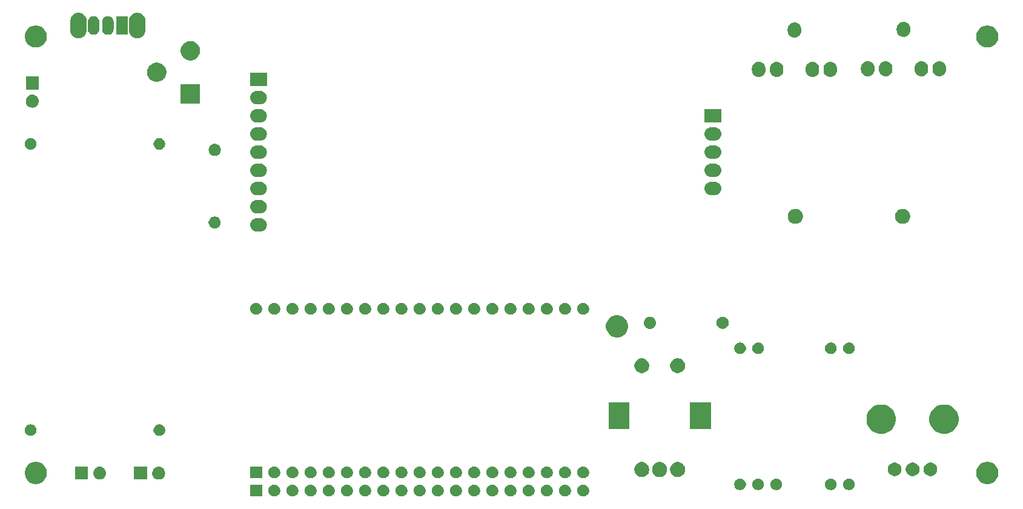
<source format=gbr>
G04 #@! TF.GenerationSoftware,KiCad,Pcbnew,(5.1.4)-1*
G04 #@! TF.CreationDate,2019-10-09T17:37:27-04:00*
G04 #@! TF.ProjectId,MorseTutor3,4d6f7273-6554-4757-946f-72332e6b6963,rev?*
G04 #@! TF.SameCoordinates,Original*
G04 #@! TF.FileFunction,Soldermask,Bot*
G04 #@! TF.FilePolarity,Negative*
%FSLAX46Y46*%
G04 Gerber Fmt 4.6, Leading zero omitted, Abs format (unit mm)*
G04 Created by KiCad (PCBNEW (5.1.4)-1) date 2019-10-09 17:37:27*
%MOMM*%
%LPD*%
G04 APERTURE LIST*
%ADD10C,0.100000*%
G04 APERTURE END LIST*
D10*
G36*
X114212336Y-101651127D02*
G01*
X114363532Y-101713754D01*
X114499606Y-101804676D01*
X114615324Y-101920394D01*
X114706246Y-102056468D01*
X114768873Y-102207664D01*
X114800800Y-102368173D01*
X114800800Y-102531827D01*
X114768873Y-102692336D01*
X114706246Y-102843532D01*
X114615324Y-102979606D01*
X114499606Y-103095324D01*
X114363532Y-103186246D01*
X114212336Y-103248873D01*
X114051827Y-103280800D01*
X113888173Y-103280800D01*
X113727664Y-103248873D01*
X113576468Y-103186246D01*
X113440394Y-103095324D01*
X113324676Y-102979606D01*
X113233754Y-102843532D01*
X113171127Y-102692336D01*
X113139200Y-102531827D01*
X113139200Y-102368173D01*
X113171127Y-102207664D01*
X113233754Y-102056468D01*
X113324676Y-101920394D01*
X113440394Y-101804676D01*
X113576468Y-101713754D01*
X113727664Y-101651127D01*
X113888173Y-101619200D01*
X114051827Y-101619200D01*
X114212336Y-101651127D01*
X114212336Y-101651127D01*
G37*
G36*
X91352336Y-101651127D02*
G01*
X91503532Y-101713754D01*
X91639606Y-101804676D01*
X91755324Y-101920394D01*
X91846246Y-102056468D01*
X91908873Y-102207664D01*
X91940800Y-102368173D01*
X91940800Y-102531827D01*
X91908873Y-102692336D01*
X91846246Y-102843532D01*
X91755324Y-102979606D01*
X91639606Y-103095324D01*
X91503532Y-103186246D01*
X91352336Y-103248873D01*
X91191827Y-103280800D01*
X91028173Y-103280800D01*
X90867664Y-103248873D01*
X90716468Y-103186246D01*
X90580394Y-103095324D01*
X90464676Y-102979606D01*
X90373754Y-102843532D01*
X90311127Y-102692336D01*
X90279200Y-102531827D01*
X90279200Y-102368173D01*
X90311127Y-102207664D01*
X90373754Y-102056468D01*
X90464676Y-101920394D01*
X90580394Y-101804676D01*
X90716468Y-101713754D01*
X90867664Y-101651127D01*
X91028173Y-101619200D01*
X91191827Y-101619200D01*
X91352336Y-101651127D01*
X91352336Y-101651127D01*
G37*
G36*
X71620800Y-103280800D02*
G01*
X69959200Y-103280800D01*
X69959200Y-101619200D01*
X71620800Y-101619200D01*
X71620800Y-103280800D01*
X71620800Y-103280800D01*
G37*
G36*
X73572336Y-101651127D02*
G01*
X73723532Y-101713754D01*
X73859606Y-101804676D01*
X73975324Y-101920394D01*
X74066246Y-102056468D01*
X74128873Y-102207664D01*
X74160800Y-102368173D01*
X74160800Y-102531827D01*
X74128873Y-102692336D01*
X74066246Y-102843532D01*
X73975324Y-102979606D01*
X73859606Y-103095324D01*
X73723532Y-103186246D01*
X73572336Y-103248873D01*
X73411827Y-103280800D01*
X73248173Y-103280800D01*
X73087664Y-103248873D01*
X72936468Y-103186246D01*
X72800394Y-103095324D01*
X72684676Y-102979606D01*
X72593754Y-102843532D01*
X72531127Y-102692336D01*
X72499200Y-102531827D01*
X72499200Y-102368173D01*
X72531127Y-102207664D01*
X72593754Y-102056468D01*
X72684676Y-101920394D01*
X72800394Y-101804676D01*
X72936468Y-101713754D01*
X73087664Y-101651127D01*
X73248173Y-101619200D01*
X73411827Y-101619200D01*
X73572336Y-101651127D01*
X73572336Y-101651127D01*
G37*
G36*
X76112336Y-101651127D02*
G01*
X76263532Y-101713754D01*
X76399606Y-101804676D01*
X76515324Y-101920394D01*
X76606246Y-102056468D01*
X76668873Y-102207664D01*
X76700800Y-102368173D01*
X76700800Y-102531827D01*
X76668873Y-102692336D01*
X76606246Y-102843532D01*
X76515324Y-102979606D01*
X76399606Y-103095324D01*
X76263532Y-103186246D01*
X76112336Y-103248873D01*
X75951827Y-103280800D01*
X75788173Y-103280800D01*
X75627664Y-103248873D01*
X75476468Y-103186246D01*
X75340394Y-103095324D01*
X75224676Y-102979606D01*
X75133754Y-102843532D01*
X75071127Y-102692336D01*
X75039200Y-102531827D01*
X75039200Y-102368173D01*
X75071127Y-102207664D01*
X75133754Y-102056468D01*
X75224676Y-101920394D01*
X75340394Y-101804676D01*
X75476468Y-101713754D01*
X75627664Y-101651127D01*
X75788173Y-101619200D01*
X75951827Y-101619200D01*
X76112336Y-101651127D01*
X76112336Y-101651127D01*
G37*
G36*
X78652336Y-101651127D02*
G01*
X78803532Y-101713754D01*
X78939606Y-101804676D01*
X79055324Y-101920394D01*
X79146246Y-102056468D01*
X79208873Y-102207664D01*
X79240800Y-102368173D01*
X79240800Y-102531827D01*
X79208873Y-102692336D01*
X79146246Y-102843532D01*
X79055324Y-102979606D01*
X78939606Y-103095324D01*
X78803532Y-103186246D01*
X78652336Y-103248873D01*
X78491827Y-103280800D01*
X78328173Y-103280800D01*
X78167664Y-103248873D01*
X78016468Y-103186246D01*
X77880394Y-103095324D01*
X77764676Y-102979606D01*
X77673754Y-102843532D01*
X77611127Y-102692336D01*
X77579200Y-102531827D01*
X77579200Y-102368173D01*
X77611127Y-102207664D01*
X77673754Y-102056468D01*
X77764676Y-101920394D01*
X77880394Y-101804676D01*
X78016468Y-101713754D01*
X78167664Y-101651127D01*
X78328173Y-101619200D01*
X78491827Y-101619200D01*
X78652336Y-101651127D01*
X78652336Y-101651127D01*
G37*
G36*
X81192336Y-101651127D02*
G01*
X81343532Y-101713754D01*
X81479606Y-101804676D01*
X81595324Y-101920394D01*
X81686246Y-102056468D01*
X81748873Y-102207664D01*
X81780800Y-102368173D01*
X81780800Y-102531827D01*
X81748873Y-102692336D01*
X81686246Y-102843532D01*
X81595324Y-102979606D01*
X81479606Y-103095324D01*
X81343532Y-103186246D01*
X81192336Y-103248873D01*
X81031827Y-103280800D01*
X80868173Y-103280800D01*
X80707664Y-103248873D01*
X80556468Y-103186246D01*
X80420394Y-103095324D01*
X80304676Y-102979606D01*
X80213754Y-102843532D01*
X80151127Y-102692336D01*
X80119200Y-102531827D01*
X80119200Y-102368173D01*
X80151127Y-102207664D01*
X80213754Y-102056468D01*
X80304676Y-101920394D01*
X80420394Y-101804676D01*
X80556468Y-101713754D01*
X80707664Y-101651127D01*
X80868173Y-101619200D01*
X81031827Y-101619200D01*
X81192336Y-101651127D01*
X81192336Y-101651127D01*
G37*
G36*
X83732336Y-101651127D02*
G01*
X83883532Y-101713754D01*
X84019606Y-101804676D01*
X84135324Y-101920394D01*
X84226246Y-102056468D01*
X84288873Y-102207664D01*
X84320800Y-102368173D01*
X84320800Y-102531827D01*
X84288873Y-102692336D01*
X84226246Y-102843532D01*
X84135324Y-102979606D01*
X84019606Y-103095324D01*
X83883532Y-103186246D01*
X83732336Y-103248873D01*
X83571827Y-103280800D01*
X83408173Y-103280800D01*
X83247664Y-103248873D01*
X83096468Y-103186246D01*
X82960394Y-103095324D01*
X82844676Y-102979606D01*
X82753754Y-102843532D01*
X82691127Y-102692336D01*
X82659200Y-102531827D01*
X82659200Y-102368173D01*
X82691127Y-102207664D01*
X82753754Y-102056468D01*
X82844676Y-101920394D01*
X82960394Y-101804676D01*
X83096468Y-101713754D01*
X83247664Y-101651127D01*
X83408173Y-101619200D01*
X83571827Y-101619200D01*
X83732336Y-101651127D01*
X83732336Y-101651127D01*
G37*
G36*
X86272336Y-101651127D02*
G01*
X86423532Y-101713754D01*
X86559606Y-101804676D01*
X86675324Y-101920394D01*
X86766246Y-102056468D01*
X86828873Y-102207664D01*
X86860800Y-102368173D01*
X86860800Y-102531827D01*
X86828873Y-102692336D01*
X86766246Y-102843532D01*
X86675324Y-102979606D01*
X86559606Y-103095324D01*
X86423532Y-103186246D01*
X86272336Y-103248873D01*
X86111827Y-103280800D01*
X85948173Y-103280800D01*
X85787664Y-103248873D01*
X85636468Y-103186246D01*
X85500394Y-103095324D01*
X85384676Y-102979606D01*
X85293754Y-102843532D01*
X85231127Y-102692336D01*
X85199200Y-102531827D01*
X85199200Y-102368173D01*
X85231127Y-102207664D01*
X85293754Y-102056468D01*
X85384676Y-101920394D01*
X85500394Y-101804676D01*
X85636468Y-101713754D01*
X85787664Y-101651127D01*
X85948173Y-101619200D01*
X86111827Y-101619200D01*
X86272336Y-101651127D01*
X86272336Y-101651127D01*
G37*
G36*
X88812336Y-101651127D02*
G01*
X88963532Y-101713754D01*
X89099606Y-101804676D01*
X89215324Y-101920394D01*
X89306246Y-102056468D01*
X89368873Y-102207664D01*
X89400800Y-102368173D01*
X89400800Y-102531827D01*
X89368873Y-102692336D01*
X89306246Y-102843532D01*
X89215324Y-102979606D01*
X89099606Y-103095324D01*
X88963532Y-103186246D01*
X88812336Y-103248873D01*
X88651827Y-103280800D01*
X88488173Y-103280800D01*
X88327664Y-103248873D01*
X88176468Y-103186246D01*
X88040394Y-103095324D01*
X87924676Y-102979606D01*
X87833754Y-102843532D01*
X87771127Y-102692336D01*
X87739200Y-102531827D01*
X87739200Y-102368173D01*
X87771127Y-102207664D01*
X87833754Y-102056468D01*
X87924676Y-101920394D01*
X88040394Y-101804676D01*
X88176468Y-101713754D01*
X88327664Y-101651127D01*
X88488173Y-101619200D01*
X88651827Y-101619200D01*
X88812336Y-101651127D01*
X88812336Y-101651127D01*
G37*
G36*
X93892336Y-101651127D02*
G01*
X94043532Y-101713754D01*
X94179606Y-101804676D01*
X94295324Y-101920394D01*
X94386246Y-102056468D01*
X94448873Y-102207664D01*
X94480800Y-102368173D01*
X94480800Y-102531827D01*
X94448873Y-102692336D01*
X94386246Y-102843532D01*
X94295324Y-102979606D01*
X94179606Y-103095324D01*
X94043532Y-103186246D01*
X93892336Y-103248873D01*
X93731827Y-103280800D01*
X93568173Y-103280800D01*
X93407664Y-103248873D01*
X93256468Y-103186246D01*
X93120394Y-103095324D01*
X93004676Y-102979606D01*
X92913754Y-102843532D01*
X92851127Y-102692336D01*
X92819200Y-102531827D01*
X92819200Y-102368173D01*
X92851127Y-102207664D01*
X92913754Y-102056468D01*
X93004676Y-101920394D01*
X93120394Y-101804676D01*
X93256468Y-101713754D01*
X93407664Y-101651127D01*
X93568173Y-101619200D01*
X93731827Y-101619200D01*
X93892336Y-101651127D01*
X93892336Y-101651127D01*
G37*
G36*
X96432336Y-101651127D02*
G01*
X96583532Y-101713754D01*
X96719606Y-101804676D01*
X96835324Y-101920394D01*
X96926246Y-102056468D01*
X96988873Y-102207664D01*
X97020800Y-102368173D01*
X97020800Y-102531827D01*
X96988873Y-102692336D01*
X96926246Y-102843532D01*
X96835324Y-102979606D01*
X96719606Y-103095324D01*
X96583532Y-103186246D01*
X96432336Y-103248873D01*
X96271827Y-103280800D01*
X96108173Y-103280800D01*
X95947664Y-103248873D01*
X95796468Y-103186246D01*
X95660394Y-103095324D01*
X95544676Y-102979606D01*
X95453754Y-102843532D01*
X95391127Y-102692336D01*
X95359200Y-102531827D01*
X95359200Y-102368173D01*
X95391127Y-102207664D01*
X95453754Y-102056468D01*
X95544676Y-101920394D01*
X95660394Y-101804676D01*
X95796468Y-101713754D01*
X95947664Y-101651127D01*
X96108173Y-101619200D01*
X96271827Y-101619200D01*
X96432336Y-101651127D01*
X96432336Y-101651127D01*
G37*
G36*
X98972336Y-101651127D02*
G01*
X99123532Y-101713754D01*
X99259606Y-101804676D01*
X99375324Y-101920394D01*
X99466246Y-102056468D01*
X99528873Y-102207664D01*
X99560800Y-102368173D01*
X99560800Y-102531827D01*
X99528873Y-102692336D01*
X99466246Y-102843532D01*
X99375324Y-102979606D01*
X99259606Y-103095324D01*
X99123532Y-103186246D01*
X98972336Y-103248873D01*
X98811827Y-103280800D01*
X98648173Y-103280800D01*
X98487664Y-103248873D01*
X98336468Y-103186246D01*
X98200394Y-103095324D01*
X98084676Y-102979606D01*
X97993754Y-102843532D01*
X97931127Y-102692336D01*
X97899200Y-102531827D01*
X97899200Y-102368173D01*
X97931127Y-102207664D01*
X97993754Y-102056468D01*
X98084676Y-101920394D01*
X98200394Y-101804676D01*
X98336468Y-101713754D01*
X98487664Y-101651127D01*
X98648173Y-101619200D01*
X98811827Y-101619200D01*
X98972336Y-101651127D01*
X98972336Y-101651127D01*
G37*
G36*
X101512336Y-101651127D02*
G01*
X101663532Y-101713754D01*
X101799606Y-101804676D01*
X101915324Y-101920394D01*
X102006246Y-102056468D01*
X102068873Y-102207664D01*
X102100800Y-102368173D01*
X102100800Y-102531827D01*
X102068873Y-102692336D01*
X102006246Y-102843532D01*
X101915324Y-102979606D01*
X101799606Y-103095324D01*
X101663532Y-103186246D01*
X101512336Y-103248873D01*
X101351827Y-103280800D01*
X101188173Y-103280800D01*
X101027664Y-103248873D01*
X100876468Y-103186246D01*
X100740394Y-103095324D01*
X100624676Y-102979606D01*
X100533754Y-102843532D01*
X100471127Y-102692336D01*
X100439200Y-102531827D01*
X100439200Y-102368173D01*
X100471127Y-102207664D01*
X100533754Y-102056468D01*
X100624676Y-101920394D01*
X100740394Y-101804676D01*
X100876468Y-101713754D01*
X101027664Y-101651127D01*
X101188173Y-101619200D01*
X101351827Y-101619200D01*
X101512336Y-101651127D01*
X101512336Y-101651127D01*
G37*
G36*
X104052336Y-101651127D02*
G01*
X104203532Y-101713754D01*
X104339606Y-101804676D01*
X104455324Y-101920394D01*
X104546246Y-102056468D01*
X104608873Y-102207664D01*
X104640800Y-102368173D01*
X104640800Y-102531827D01*
X104608873Y-102692336D01*
X104546246Y-102843532D01*
X104455324Y-102979606D01*
X104339606Y-103095324D01*
X104203532Y-103186246D01*
X104052336Y-103248873D01*
X103891827Y-103280800D01*
X103728173Y-103280800D01*
X103567664Y-103248873D01*
X103416468Y-103186246D01*
X103280394Y-103095324D01*
X103164676Y-102979606D01*
X103073754Y-102843532D01*
X103011127Y-102692336D01*
X102979200Y-102531827D01*
X102979200Y-102368173D01*
X103011127Y-102207664D01*
X103073754Y-102056468D01*
X103164676Y-101920394D01*
X103280394Y-101804676D01*
X103416468Y-101713754D01*
X103567664Y-101651127D01*
X103728173Y-101619200D01*
X103891827Y-101619200D01*
X104052336Y-101651127D01*
X104052336Y-101651127D01*
G37*
G36*
X106592336Y-101651127D02*
G01*
X106743532Y-101713754D01*
X106879606Y-101804676D01*
X106995324Y-101920394D01*
X107086246Y-102056468D01*
X107148873Y-102207664D01*
X107180800Y-102368173D01*
X107180800Y-102531827D01*
X107148873Y-102692336D01*
X107086246Y-102843532D01*
X106995324Y-102979606D01*
X106879606Y-103095324D01*
X106743532Y-103186246D01*
X106592336Y-103248873D01*
X106431827Y-103280800D01*
X106268173Y-103280800D01*
X106107664Y-103248873D01*
X105956468Y-103186246D01*
X105820394Y-103095324D01*
X105704676Y-102979606D01*
X105613754Y-102843532D01*
X105551127Y-102692336D01*
X105519200Y-102531827D01*
X105519200Y-102368173D01*
X105551127Y-102207664D01*
X105613754Y-102056468D01*
X105704676Y-101920394D01*
X105820394Y-101804676D01*
X105956468Y-101713754D01*
X106107664Y-101651127D01*
X106268173Y-101619200D01*
X106431827Y-101619200D01*
X106592336Y-101651127D01*
X106592336Y-101651127D01*
G37*
G36*
X109132336Y-101651127D02*
G01*
X109283532Y-101713754D01*
X109419606Y-101804676D01*
X109535324Y-101920394D01*
X109626246Y-102056468D01*
X109688873Y-102207664D01*
X109720800Y-102368173D01*
X109720800Y-102531827D01*
X109688873Y-102692336D01*
X109626246Y-102843532D01*
X109535324Y-102979606D01*
X109419606Y-103095324D01*
X109283532Y-103186246D01*
X109132336Y-103248873D01*
X108971827Y-103280800D01*
X108808173Y-103280800D01*
X108647664Y-103248873D01*
X108496468Y-103186246D01*
X108360394Y-103095324D01*
X108244676Y-102979606D01*
X108153754Y-102843532D01*
X108091127Y-102692336D01*
X108059200Y-102531827D01*
X108059200Y-102368173D01*
X108091127Y-102207664D01*
X108153754Y-102056468D01*
X108244676Y-101920394D01*
X108360394Y-101804676D01*
X108496468Y-101713754D01*
X108647664Y-101651127D01*
X108808173Y-101619200D01*
X108971827Y-101619200D01*
X109132336Y-101651127D01*
X109132336Y-101651127D01*
G37*
G36*
X111672336Y-101651127D02*
G01*
X111823532Y-101713754D01*
X111959606Y-101804676D01*
X112075324Y-101920394D01*
X112166246Y-102056468D01*
X112228873Y-102207664D01*
X112260800Y-102368173D01*
X112260800Y-102531827D01*
X112228873Y-102692336D01*
X112166246Y-102843532D01*
X112075324Y-102979606D01*
X111959606Y-103095324D01*
X111823532Y-103186246D01*
X111672336Y-103248873D01*
X111511827Y-103280800D01*
X111348173Y-103280800D01*
X111187664Y-103248873D01*
X111036468Y-103186246D01*
X110900394Y-103095324D01*
X110784676Y-102979606D01*
X110693754Y-102843532D01*
X110631127Y-102692336D01*
X110599200Y-102531827D01*
X110599200Y-102368173D01*
X110631127Y-102207664D01*
X110693754Y-102056468D01*
X110784676Y-101920394D01*
X110900394Y-101804676D01*
X111036468Y-101713754D01*
X111187664Y-101651127D01*
X111348173Y-101619200D01*
X111511827Y-101619200D01*
X111672336Y-101651127D01*
X111672336Y-101651127D01*
G37*
G36*
X116752336Y-101651127D02*
G01*
X116903532Y-101713754D01*
X117039606Y-101804676D01*
X117155324Y-101920394D01*
X117246246Y-102056468D01*
X117308873Y-102207664D01*
X117340800Y-102368173D01*
X117340800Y-102531827D01*
X117308873Y-102692336D01*
X117246246Y-102843532D01*
X117155324Y-102979606D01*
X117039606Y-103095324D01*
X116903532Y-103186246D01*
X116752336Y-103248873D01*
X116591827Y-103280800D01*
X116428173Y-103280800D01*
X116267664Y-103248873D01*
X116116468Y-103186246D01*
X115980394Y-103095324D01*
X115864676Y-102979606D01*
X115773754Y-102843532D01*
X115711127Y-102692336D01*
X115679200Y-102531827D01*
X115679200Y-102368173D01*
X115711127Y-102207664D01*
X115773754Y-102056468D01*
X115864676Y-101920394D01*
X115980394Y-101804676D01*
X116116468Y-101713754D01*
X116267664Y-101651127D01*
X116428173Y-101619200D01*
X116591827Y-101619200D01*
X116752336Y-101651127D01*
X116752336Y-101651127D01*
G37*
G36*
X151367086Y-100793435D02*
G01*
X151515003Y-100854704D01*
X151648134Y-100943660D01*
X151761340Y-101056866D01*
X151850296Y-101189997D01*
X151911565Y-101337914D01*
X151942800Y-101494946D01*
X151942800Y-101655054D01*
X151911565Y-101812086D01*
X151850296Y-101960003D01*
X151761340Y-102093134D01*
X151648134Y-102206340D01*
X151515003Y-102295296D01*
X151367086Y-102356565D01*
X151210054Y-102387800D01*
X151049946Y-102387800D01*
X150892914Y-102356565D01*
X150744997Y-102295296D01*
X150611866Y-102206340D01*
X150498660Y-102093134D01*
X150409704Y-101960003D01*
X150348435Y-101812086D01*
X150317200Y-101655054D01*
X150317200Y-101494946D01*
X150348435Y-101337914D01*
X150409704Y-101189997D01*
X150498660Y-101056866D01*
X150611866Y-100943660D01*
X150744997Y-100854704D01*
X150892914Y-100793435D01*
X151049946Y-100762200D01*
X151210054Y-100762200D01*
X151367086Y-100793435D01*
X151367086Y-100793435D01*
G37*
G36*
X153907086Y-100793435D02*
G01*
X154055003Y-100854704D01*
X154188134Y-100943660D01*
X154301340Y-101056866D01*
X154390296Y-101189997D01*
X154451565Y-101337914D01*
X154482800Y-101494946D01*
X154482800Y-101655054D01*
X154451565Y-101812086D01*
X154390296Y-101960003D01*
X154301340Y-102093134D01*
X154188134Y-102206340D01*
X154055003Y-102295296D01*
X153907086Y-102356565D01*
X153750054Y-102387800D01*
X153589946Y-102387800D01*
X153432914Y-102356565D01*
X153284997Y-102295296D01*
X153151866Y-102206340D01*
X153038660Y-102093134D01*
X152949704Y-101960003D01*
X152888435Y-101812086D01*
X152857200Y-101655054D01*
X152857200Y-101494946D01*
X152888435Y-101337914D01*
X152949704Y-101189997D01*
X153038660Y-101056866D01*
X153151866Y-100943660D01*
X153284997Y-100854704D01*
X153432914Y-100793435D01*
X153589946Y-100762200D01*
X153750054Y-100762200D01*
X153907086Y-100793435D01*
X153907086Y-100793435D01*
G37*
G36*
X141207086Y-100793435D02*
G01*
X141355003Y-100854704D01*
X141488134Y-100943660D01*
X141601340Y-101056866D01*
X141690296Y-101189997D01*
X141751565Y-101337914D01*
X141782800Y-101494946D01*
X141782800Y-101655054D01*
X141751565Y-101812086D01*
X141690296Y-101960003D01*
X141601340Y-102093134D01*
X141488134Y-102206340D01*
X141355003Y-102295296D01*
X141207086Y-102356565D01*
X141050054Y-102387800D01*
X140889946Y-102387800D01*
X140732914Y-102356565D01*
X140584997Y-102295296D01*
X140451866Y-102206340D01*
X140338660Y-102093134D01*
X140249704Y-101960003D01*
X140188435Y-101812086D01*
X140157200Y-101655054D01*
X140157200Y-101494946D01*
X140188435Y-101337914D01*
X140249704Y-101189997D01*
X140338660Y-101056866D01*
X140451866Y-100943660D01*
X140584997Y-100854704D01*
X140732914Y-100793435D01*
X140889946Y-100762200D01*
X141050054Y-100762200D01*
X141207086Y-100793435D01*
X141207086Y-100793435D01*
G37*
G36*
X138687086Y-100793435D02*
G01*
X138835003Y-100854704D01*
X138968134Y-100943660D01*
X139081340Y-101056866D01*
X139170296Y-101189997D01*
X139231565Y-101337914D01*
X139262800Y-101494946D01*
X139262800Y-101655054D01*
X139231565Y-101812086D01*
X139170296Y-101960003D01*
X139081340Y-102093134D01*
X138968134Y-102206340D01*
X138835003Y-102295296D01*
X138687086Y-102356565D01*
X138530054Y-102387800D01*
X138369946Y-102387800D01*
X138212914Y-102356565D01*
X138064997Y-102295296D01*
X137931866Y-102206340D01*
X137818660Y-102093134D01*
X137729704Y-101960003D01*
X137668435Y-101812086D01*
X137637200Y-101655054D01*
X137637200Y-101494946D01*
X137668435Y-101337914D01*
X137729704Y-101189997D01*
X137818660Y-101056866D01*
X137931866Y-100943660D01*
X138064997Y-100854704D01*
X138212914Y-100793435D01*
X138369946Y-100762200D01*
X138530054Y-100762200D01*
X138687086Y-100793435D01*
X138687086Y-100793435D01*
G37*
G36*
X143747086Y-100793435D02*
G01*
X143895003Y-100854704D01*
X144028134Y-100943660D01*
X144141340Y-101056866D01*
X144230296Y-101189997D01*
X144291565Y-101337914D01*
X144322800Y-101494946D01*
X144322800Y-101655054D01*
X144291565Y-101812086D01*
X144230296Y-101960003D01*
X144141340Y-102093134D01*
X144028134Y-102206340D01*
X143895003Y-102295296D01*
X143747086Y-102356565D01*
X143590054Y-102387800D01*
X143429946Y-102387800D01*
X143272914Y-102356565D01*
X143124997Y-102295296D01*
X142991866Y-102206340D01*
X142878660Y-102093134D01*
X142789704Y-101960003D01*
X142728435Y-101812086D01*
X142697200Y-101655054D01*
X142697200Y-101494946D01*
X142728435Y-101337914D01*
X142789704Y-101189997D01*
X142878660Y-101056866D01*
X142991866Y-100943660D01*
X143124997Y-100854704D01*
X143272914Y-100793435D01*
X143429946Y-100762200D01*
X143590054Y-100762200D01*
X143747086Y-100793435D01*
X143747086Y-100793435D01*
G37*
G36*
X173452352Y-98508796D02*
G01*
X173734579Y-98625699D01*
X173988578Y-98795415D01*
X174204585Y-99011422D01*
X174374301Y-99265421D01*
X174491204Y-99547648D01*
X174550800Y-99847259D01*
X174550800Y-100152741D01*
X174491204Y-100452352D01*
X174374301Y-100734579D01*
X174204585Y-100988578D01*
X173988578Y-101204585D01*
X173734579Y-101374301D01*
X173452352Y-101491204D01*
X173152741Y-101550800D01*
X172847259Y-101550800D01*
X172547648Y-101491204D01*
X172265421Y-101374301D01*
X172011422Y-101204585D01*
X171795415Y-100988578D01*
X171625699Y-100734579D01*
X171508796Y-100452352D01*
X171449200Y-100152741D01*
X171449200Y-99847259D01*
X171508796Y-99547648D01*
X171625699Y-99265421D01*
X171795415Y-99011422D01*
X172011422Y-98795415D01*
X172265421Y-98625699D01*
X172547648Y-98508796D01*
X172847259Y-98449200D01*
X173152741Y-98449200D01*
X173452352Y-98508796D01*
X173452352Y-98508796D01*
G37*
G36*
X40452352Y-98508796D02*
G01*
X40734579Y-98625699D01*
X40988578Y-98795415D01*
X41204585Y-99011422D01*
X41374301Y-99265421D01*
X41491204Y-99547648D01*
X41550800Y-99847259D01*
X41550800Y-100152741D01*
X41491204Y-100452352D01*
X41374301Y-100734579D01*
X41204585Y-100988578D01*
X40988578Y-101204585D01*
X40734579Y-101374301D01*
X40452352Y-101491204D01*
X40152741Y-101550800D01*
X39847259Y-101550800D01*
X39547648Y-101491204D01*
X39265421Y-101374301D01*
X39011422Y-101204585D01*
X38795415Y-100988578D01*
X38625699Y-100734579D01*
X38508796Y-100452352D01*
X38449200Y-100152741D01*
X38449200Y-99847259D01*
X38508796Y-99547648D01*
X38625699Y-99265421D01*
X38795415Y-99011422D01*
X39011422Y-98795415D01*
X39265421Y-98625699D01*
X39547648Y-98508796D01*
X39847259Y-98449200D01*
X40152741Y-98449200D01*
X40452352Y-98508796D01*
X40452352Y-98508796D01*
G37*
G36*
X57346584Y-99112233D02*
G01*
X57346587Y-99112234D01*
X57346588Y-99112234D01*
X57516389Y-99163743D01*
X57535118Y-99173754D01*
X57672881Y-99247389D01*
X57810044Y-99359956D01*
X57922611Y-99497119D01*
X57960842Y-99568646D01*
X58006257Y-99653611D01*
X58036206Y-99752339D01*
X58057767Y-99823416D01*
X58075159Y-100000000D01*
X58057767Y-100176584D01*
X58057766Y-100176587D01*
X58057766Y-100176588D01*
X58006257Y-100346389D01*
X58006256Y-100346390D01*
X57922611Y-100502881D01*
X57810044Y-100640044D01*
X57672881Y-100752611D01*
X57563861Y-100810883D01*
X57516389Y-100836257D01*
X57346588Y-100887766D01*
X57346587Y-100887766D01*
X57346584Y-100887767D01*
X57214255Y-100900800D01*
X57125745Y-100900800D01*
X56993416Y-100887767D01*
X56993413Y-100887766D01*
X56993412Y-100887766D01*
X56823611Y-100836257D01*
X56776139Y-100810883D01*
X56667119Y-100752611D01*
X56529956Y-100640044D01*
X56417389Y-100502881D01*
X56333744Y-100346390D01*
X56333743Y-100346389D01*
X56282234Y-100176588D01*
X56282234Y-100176587D01*
X56282233Y-100176584D01*
X56264841Y-100000000D01*
X56282233Y-99823416D01*
X56303794Y-99752339D01*
X56333743Y-99653611D01*
X56379158Y-99568646D01*
X56417389Y-99497119D01*
X56529956Y-99359956D01*
X56667119Y-99247389D01*
X56804882Y-99173754D01*
X56823611Y-99163743D01*
X56993412Y-99112234D01*
X56993413Y-99112234D01*
X56993416Y-99112233D01*
X57125745Y-99099200D01*
X57214255Y-99099200D01*
X57346584Y-99112233D01*
X57346584Y-99112233D01*
G37*
G36*
X49091584Y-99112233D02*
G01*
X49091587Y-99112234D01*
X49091588Y-99112234D01*
X49261389Y-99163743D01*
X49280118Y-99173754D01*
X49417881Y-99247389D01*
X49555044Y-99359956D01*
X49667611Y-99497119D01*
X49705842Y-99568646D01*
X49751257Y-99653611D01*
X49781206Y-99752339D01*
X49802767Y-99823416D01*
X49820159Y-100000000D01*
X49802767Y-100176584D01*
X49802766Y-100176587D01*
X49802766Y-100176588D01*
X49751257Y-100346389D01*
X49751256Y-100346390D01*
X49667611Y-100502881D01*
X49555044Y-100640044D01*
X49417881Y-100752611D01*
X49308861Y-100810883D01*
X49261389Y-100836257D01*
X49091588Y-100887766D01*
X49091587Y-100887766D01*
X49091584Y-100887767D01*
X48959255Y-100900800D01*
X48870745Y-100900800D01*
X48738416Y-100887767D01*
X48738413Y-100887766D01*
X48738412Y-100887766D01*
X48568611Y-100836257D01*
X48521139Y-100810883D01*
X48412119Y-100752611D01*
X48274956Y-100640044D01*
X48162389Y-100502881D01*
X48078744Y-100346390D01*
X48078743Y-100346389D01*
X48027234Y-100176588D01*
X48027234Y-100176587D01*
X48027233Y-100176584D01*
X48009841Y-100000000D01*
X48027233Y-99823416D01*
X48048794Y-99752339D01*
X48078743Y-99653611D01*
X48124158Y-99568646D01*
X48162389Y-99497119D01*
X48274956Y-99359956D01*
X48412119Y-99247389D01*
X48549882Y-99173754D01*
X48568611Y-99163743D01*
X48738412Y-99112234D01*
X48738413Y-99112234D01*
X48738416Y-99112233D01*
X48870745Y-99099200D01*
X48959255Y-99099200D01*
X49091584Y-99112233D01*
X49091584Y-99112233D01*
G37*
G36*
X47275800Y-100900800D02*
G01*
X45474200Y-100900800D01*
X45474200Y-99099200D01*
X47275800Y-99099200D01*
X47275800Y-100900800D01*
X47275800Y-100900800D01*
G37*
G36*
X55530800Y-100900800D02*
G01*
X53729200Y-100900800D01*
X53729200Y-99099200D01*
X55530800Y-99099200D01*
X55530800Y-100900800D01*
X55530800Y-100900800D01*
G37*
G36*
X73572336Y-99111127D02*
G01*
X73723532Y-99173754D01*
X73859606Y-99264676D01*
X73975324Y-99380394D01*
X74066246Y-99516468D01*
X74128873Y-99667664D01*
X74160800Y-99828173D01*
X74160800Y-99991827D01*
X74128873Y-100152336D01*
X74066246Y-100303532D01*
X73975324Y-100439606D01*
X73859606Y-100555324D01*
X73723532Y-100646246D01*
X73572336Y-100708873D01*
X73411827Y-100740800D01*
X73248173Y-100740800D01*
X73087664Y-100708873D01*
X72936468Y-100646246D01*
X72800394Y-100555324D01*
X72684676Y-100439606D01*
X72593754Y-100303532D01*
X72531127Y-100152336D01*
X72499200Y-99991827D01*
X72499200Y-99828173D01*
X72531127Y-99667664D01*
X72593754Y-99516468D01*
X72684676Y-99380394D01*
X72800394Y-99264676D01*
X72936468Y-99173754D01*
X73087664Y-99111127D01*
X73248173Y-99079200D01*
X73411827Y-99079200D01*
X73572336Y-99111127D01*
X73572336Y-99111127D01*
G37*
G36*
X104052336Y-99111127D02*
G01*
X104203532Y-99173754D01*
X104339606Y-99264676D01*
X104455324Y-99380394D01*
X104546246Y-99516468D01*
X104608873Y-99667664D01*
X104640800Y-99828173D01*
X104640800Y-99991827D01*
X104608873Y-100152336D01*
X104546246Y-100303532D01*
X104455324Y-100439606D01*
X104339606Y-100555324D01*
X104203532Y-100646246D01*
X104052336Y-100708873D01*
X103891827Y-100740800D01*
X103728173Y-100740800D01*
X103567664Y-100708873D01*
X103416468Y-100646246D01*
X103280394Y-100555324D01*
X103164676Y-100439606D01*
X103073754Y-100303532D01*
X103011127Y-100152336D01*
X102979200Y-99991827D01*
X102979200Y-99828173D01*
X103011127Y-99667664D01*
X103073754Y-99516468D01*
X103164676Y-99380394D01*
X103280394Y-99264676D01*
X103416468Y-99173754D01*
X103567664Y-99111127D01*
X103728173Y-99079200D01*
X103891827Y-99079200D01*
X104052336Y-99111127D01*
X104052336Y-99111127D01*
G37*
G36*
X88812336Y-99111127D02*
G01*
X88963532Y-99173754D01*
X89099606Y-99264676D01*
X89215324Y-99380394D01*
X89306246Y-99516468D01*
X89368873Y-99667664D01*
X89400800Y-99828173D01*
X89400800Y-99991827D01*
X89368873Y-100152336D01*
X89306246Y-100303532D01*
X89215324Y-100439606D01*
X89099606Y-100555324D01*
X88963532Y-100646246D01*
X88812336Y-100708873D01*
X88651827Y-100740800D01*
X88488173Y-100740800D01*
X88327664Y-100708873D01*
X88176468Y-100646246D01*
X88040394Y-100555324D01*
X87924676Y-100439606D01*
X87833754Y-100303532D01*
X87771127Y-100152336D01*
X87739200Y-99991827D01*
X87739200Y-99828173D01*
X87771127Y-99667664D01*
X87833754Y-99516468D01*
X87924676Y-99380394D01*
X88040394Y-99264676D01*
X88176468Y-99173754D01*
X88327664Y-99111127D01*
X88488173Y-99079200D01*
X88651827Y-99079200D01*
X88812336Y-99111127D01*
X88812336Y-99111127D01*
G37*
G36*
X81192336Y-99111127D02*
G01*
X81343532Y-99173754D01*
X81479606Y-99264676D01*
X81595324Y-99380394D01*
X81686246Y-99516468D01*
X81748873Y-99667664D01*
X81780800Y-99828173D01*
X81780800Y-99991827D01*
X81748873Y-100152336D01*
X81686246Y-100303532D01*
X81595324Y-100439606D01*
X81479606Y-100555324D01*
X81343532Y-100646246D01*
X81192336Y-100708873D01*
X81031827Y-100740800D01*
X80868173Y-100740800D01*
X80707664Y-100708873D01*
X80556468Y-100646246D01*
X80420394Y-100555324D01*
X80304676Y-100439606D01*
X80213754Y-100303532D01*
X80151127Y-100152336D01*
X80119200Y-99991827D01*
X80119200Y-99828173D01*
X80151127Y-99667664D01*
X80213754Y-99516468D01*
X80304676Y-99380394D01*
X80420394Y-99264676D01*
X80556468Y-99173754D01*
X80707664Y-99111127D01*
X80868173Y-99079200D01*
X81031827Y-99079200D01*
X81192336Y-99111127D01*
X81192336Y-99111127D01*
G37*
G36*
X71620800Y-100740800D02*
G01*
X69959200Y-100740800D01*
X69959200Y-99079200D01*
X71620800Y-99079200D01*
X71620800Y-100740800D01*
X71620800Y-100740800D01*
G37*
G36*
X78652336Y-99111127D02*
G01*
X78803532Y-99173754D01*
X78939606Y-99264676D01*
X79055324Y-99380394D01*
X79146246Y-99516468D01*
X79208873Y-99667664D01*
X79240800Y-99828173D01*
X79240800Y-99991827D01*
X79208873Y-100152336D01*
X79146246Y-100303532D01*
X79055324Y-100439606D01*
X78939606Y-100555324D01*
X78803532Y-100646246D01*
X78652336Y-100708873D01*
X78491827Y-100740800D01*
X78328173Y-100740800D01*
X78167664Y-100708873D01*
X78016468Y-100646246D01*
X77880394Y-100555324D01*
X77764676Y-100439606D01*
X77673754Y-100303532D01*
X77611127Y-100152336D01*
X77579200Y-99991827D01*
X77579200Y-99828173D01*
X77611127Y-99667664D01*
X77673754Y-99516468D01*
X77764676Y-99380394D01*
X77880394Y-99264676D01*
X78016468Y-99173754D01*
X78167664Y-99111127D01*
X78328173Y-99079200D01*
X78491827Y-99079200D01*
X78652336Y-99111127D01*
X78652336Y-99111127D01*
G37*
G36*
X86272336Y-99111127D02*
G01*
X86423532Y-99173754D01*
X86559606Y-99264676D01*
X86675324Y-99380394D01*
X86766246Y-99516468D01*
X86828873Y-99667664D01*
X86860800Y-99828173D01*
X86860800Y-99991827D01*
X86828873Y-100152336D01*
X86766246Y-100303532D01*
X86675324Y-100439606D01*
X86559606Y-100555324D01*
X86423532Y-100646246D01*
X86272336Y-100708873D01*
X86111827Y-100740800D01*
X85948173Y-100740800D01*
X85787664Y-100708873D01*
X85636468Y-100646246D01*
X85500394Y-100555324D01*
X85384676Y-100439606D01*
X85293754Y-100303532D01*
X85231127Y-100152336D01*
X85199200Y-99991827D01*
X85199200Y-99828173D01*
X85231127Y-99667664D01*
X85293754Y-99516468D01*
X85384676Y-99380394D01*
X85500394Y-99264676D01*
X85636468Y-99173754D01*
X85787664Y-99111127D01*
X85948173Y-99079200D01*
X86111827Y-99079200D01*
X86272336Y-99111127D01*
X86272336Y-99111127D01*
G37*
G36*
X106592336Y-99111127D02*
G01*
X106743532Y-99173754D01*
X106879606Y-99264676D01*
X106995324Y-99380394D01*
X107086246Y-99516468D01*
X107148873Y-99667664D01*
X107180800Y-99828173D01*
X107180800Y-99991827D01*
X107148873Y-100152336D01*
X107086246Y-100303532D01*
X106995324Y-100439606D01*
X106879606Y-100555324D01*
X106743532Y-100646246D01*
X106592336Y-100708873D01*
X106431827Y-100740800D01*
X106268173Y-100740800D01*
X106107664Y-100708873D01*
X105956468Y-100646246D01*
X105820394Y-100555324D01*
X105704676Y-100439606D01*
X105613754Y-100303532D01*
X105551127Y-100152336D01*
X105519200Y-99991827D01*
X105519200Y-99828173D01*
X105551127Y-99667664D01*
X105613754Y-99516468D01*
X105704676Y-99380394D01*
X105820394Y-99264676D01*
X105956468Y-99173754D01*
X106107664Y-99111127D01*
X106268173Y-99079200D01*
X106431827Y-99079200D01*
X106592336Y-99111127D01*
X106592336Y-99111127D01*
G37*
G36*
X116752336Y-99111127D02*
G01*
X116903532Y-99173754D01*
X117039606Y-99264676D01*
X117155324Y-99380394D01*
X117246246Y-99516468D01*
X117308873Y-99667664D01*
X117340800Y-99828173D01*
X117340800Y-99991827D01*
X117308873Y-100152336D01*
X117246246Y-100303532D01*
X117155324Y-100439606D01*
X117039606Y-100555324D01*
X116903532Y-100646246D01*
X116752336Y-100708873D01*
X116591827Y-100740800D01*
X116428173Y-100740800D01*
X116267664Y-100708873D01*
X116116468Y-100646246D01*
X115980394Y-100555324D01*
X115864676Y-100439606D01*
X115773754Y-100303532D01*
X115711127Y-100152336D01*
X115679200Y-99991827D01*
X115679200Y-99828173D01*
X115711127Y-99667664D01*
X115773754Y-99516468D01*
X115864676Y-99380394D01*
X115980394Y-99264676D01*
X116116468Y-99173754D01*
X116267664Y-99111127D01*
X116428173Y-99079200D01*
X116591827Y-99079200D01*
X116752336Y-99111127D01*
X116752336Y-99111127D01*
G37*
G36*
X93892336Y-99111127D02*
G01*
X94043532Y-99173754D01*
X94179606Y-99264676D01*
X94295324Y-99380394D01*
X94386246Y-99516468D01*
X94448873Y-99667664D01*
X94480800Y-99828173D01*
X94480800Y-99991827D01*
X94448873Y-100152336D01*
X94386246Y-100303532D01*
X94295324Y-100439606D01*
X94179606Y-100555324D01*
X94043532Y-100646246D01*
X93892336Y-100708873D01*
X93731827Y-100740800D01*
X93568173Y-100740800D01*
X93407664Y-100708873D01*
X93256468Y-100646246D01*
X93120394Y-100555324D01*
X93004676Y-100439606D01*
X92913754Y-100303532D01*
X92851127Y-100152336D01*
X92819200Y-99991827D01*
X92819200Y-99828173D01*
X92851127Y-99667664D01*
X92913754Y-99516468D01*
X93004676Y-99380394D01*
X93120394Y-99264676D01*
X93256468Y-99173754D01*
X93407664Y-99111127D01*
X93568173Y-99079200D01*
X93731827Y-99079200D01*
X93892336Y-99111127D01*
X93892336Y-99111127D01*
G37*
G36*
X91352336Y-99111127D02*
G01*
X91503532Y-99173754D01*
X91639606Y-99264676D01*
X91755324Y-99380394D01*
X91846246Y-99516468D01*
X91908873Y-99667664D01*
X91940800Y-99828173D01*
X91940800Y-99991827D01*
X91908873Y-100152336D01*
X91846246Y-100303532D01*
X91755324Y-100439606D01*
X91639606Y-100555324D01*
X91503532Y-100646246D01*
X91352336Y-100708873D01*
X91191827Y-100740800D01*
X91028173Y-100740800D01*
X90867664Y-100708873D01*
X90716468Y-100646246D01*
X90580394Y-100555324D01*
X90464676Y-100439606D01*
X90373754Y-100303532D01*
X90311127Y-100152336D01*
X90279200Y-99991827D01*
X90279200Y-99828173D01*
X90311127Y-99667664D01*
X90373754Y-99516468D01*
X90464676Y-99380394D01*
X90580394Y-99264676D01*
X90716468Y-99173754D01*
X90867664Y-99111127D01*
X91028173Y-99079200D01*
X91191827Y-99079200D01*
X91352336Y-99111127D01*
X91352336Y-99111127D01*
G37*
G36*
X83732336Y-99111127D02*
G01*
X83883532Y-99173754D01*
X84019606Y-99264676D01*
X84135324Y-99380394D01*
X84226246Y-99516468D01*
X84288873Y-99667664D01*
X84320800Y-99828173D01*
X84320800Y-99991827D01*
X84288873Y-100152336D01*
X84226246Y-100303532D01*
X84135324Y-100439606D01*
X84019606Y-100555324D01*
X83883532Y-100646246D01*
X83732336Y-100708873D01*
X83571827Y-100740800D01*
X83408173Y-100740800D01*
X83247664Y-100708873D01*
X83096468Y-100646246D01*
X82960394Y-100555324D01*
X82844676Y-100439606D01*
X82753754Y-100303532D01*
X82691127Y-100152336D01*
X82659200Y-99991827D01*
X82659200Y-99828173D01*
X82691127Y-99667664D01*
X82753754Y-99516468D01*
X82844676Y-99380394D01*
X82960394Y-99264676D01*
X83096468Y-99173754D01*
X83247664Y-99111127D01*
X83408173Y-99079200D01*
X83571827Y-99079200D01*
X83732336Y-99111127D01*
X83732336Y-99111127D01*
G37*
G36*
X109132336Y-99111127D02*
G01*
X109283532Y-99173754D01*
X109419606Y-99264676D01*
X109535324Y-99380394D01*
X109626246Y-99516468D01*
X109688873Y-99667664D01*
X109720800Y-99828173D01*
X109720800Y-99991827D01*
X109688873Y-100152336D01*
X109626246Y-100303532D01*
X109535324Y-100439606D01*
X109419606Y-100555324D01*
X109283532Y-100646246D01*
X109132336Y-100708873D01*
X108971827Y-100740800D01*
X108808173Y-100740800D01*
X108647664Y-100708873D01*
X108496468Y-100646246D01*
X108360394Y-100555324D01*
X108244676Y-100439606D01*
X108153754Y-100303532D01*
X108091127Y-100152336D01*
X108059200Y-99991827D01*
X108059200Y-99828173D01*
X108091127Y-99667664D01*
X108153754Y-99516468D01*
X108244676Y-99380394D01*
X108360394Y-99264676D01*
X108496468Y-99173754D01*
X108647664Y-99111127D01*
X108808173Y-99079200D01*
X108971827Y-99079200D01*
X109132336Y-99111127D01*
X109132336Y-99111127D01*
G37*
G36*
X98972336Y-99111127D02*
G01*
X99123532Y-99173754D01*
X99259606Y-99264676D01*
X99375324Y-99380394D01*
X99466246Y-99516468D01*
X99528873Y-99667664D01*
X99560800Y-99828173D01*
X99560800Y-99991827D01*
X99528873Y-100152336D01*
X99466246Y-100303532D01*
X99375324Y-100439606D01*
X99259606Y-100555324D01*
X99123532Y-100646246D01*
X98972336Y-100708873D01*
X98811827Y-100740800D01*
X98648173Y-100740800D01*
X98487664Y-100708873D01*
X98336468Y-100646246D01*
X98200394Y-100555324D01*
X98084676Y-100439606D01*
X97993754Y-100303532D01*
X97931127Y-100152336D01*
X97899200Y-99991827D01*
X97899200Y-99828173D01*
X97931127Y-99667664D01*
X97993754Y-99516468D01*
X98084676Y-99380394D01*
X98200394Y-99264676D01*
X98336468Y-99173754D01*
X98487664Y-99111127D01*
X98648173Y-99079200D01*
X98811827Y-99079200D01*
X98972336Y-99111127D01*
X98972336Y-99111127D01*
G37*
G36*
X101512336Y-99111127D02*
G01*
X101663532Y-99173754D01*
X101799606Y-99264676D01*
X101915324Y-99380394D01*
X102006246Y-99516468D01*
X102068873Y-99667664D01*
X102100800Y-99828173D01*
X102100800Y-99991827D01*
X102068873Y-100152336D01*
X102006246Y-100303532D01*
X101915324Y-100439606D01*
X101799606Y-100555324D01*
X101663532Y-100646246D01*
X101512336Y-100708873D01*
X101351827Y-100740800D01*
X101188173Y-100740800D01*
X101027664Y-100708873D01*
X100876468Y-100646246D01*
X100740394Y-100555324D01*
X100624676Y-100439606D01*
X100533754Y-100303532D01*
X100471127Y-100152336D01*
X100439200Y-99991827D01*
X100439200Y-99828173D01*
X100471127Y-99667664D01*
X100533754Y-99516468D01*
X100624676Y-99380394D01*
X100740394Y-99264676D01*
X100876468Y-99173754D01*
X101027664Y-99111127D01*
X101188173Y-99079200D01*
X101351827Y-99079200D01*
X101512336Y-99111127D01*
X101512336Y-99111127D01*
G37*
G36*
X114212336Y-99111127D02*
G01*
X114363532Y-99173754D01*
X114499606Y-99264676D01*
X114615324Y-99380394D01*
X114706246Y-99516468D01*
X114768873Y-99667664D01*
X114800800Y-99828173D01*
X114800800Y-99991827D01*
X114768873Y-100152336D01*
X114706246Y-100303532D01*
X114615324Y-100439606D01*
X114499606Y-100555324D01*
X114363532Y-100646246D01*
X114212336Y-100708873D01*
X114051827Y-100740800D01*
X113888173Y-100740800D01*
X113727664Y-100708873D01*
X113576468Y-100646246D01*
X113440394Y-100555324D01*
X113324676Y-100439606D01*
X113233754Y-100303532D01*
X113171127Y-100152336D01*
X113139200Y-99991827D01*
X113139200Y-99828173D01*
X113171127Y-99667664D01*
X113233754Y-99516468D01*
X113324676Y-99380394D01*
X113440394Y-99264676D01*
X113576468Y-99173754D01*
X113727664Y-99111127D01*
X113888173Y-99079200D01*
X114051827Y-99079200D01*
X114212336Y-99111127D01*
X114212336Y-99111127D01*
G37*
G36*
X96432336Y-99111127D02*
G01*
X96583532Y-99173754D01*
X96719606Y-99264676D01*
X96835324Y-99380394D01*
X96926246Y-99516468D01*
X96988873Y-99667664D01*
X97020800Y-99828173D01*
X97020800Y-99991827D01*
X96988873Y-100152336D01*
X96926246Y-100303532D01*
X96835324Y-100439606D01*
X96719606Y-100555324D01*
X96583532Y-100646246D01*
X96432336Y-100708873D01*
X96271827Y-100740800D01*
X96108173Y-100740800D01*
X95947664Y-100708873D01*
X95796468Y-100646246D01*
X95660394Y-100555324D01*
X95544676Y-100439606D01*
X95453754Y-100303532D01*
X95391127Y-100152336D01*
X95359200Y-99991827D01*
X95359200Y-99828173D01*
X95391127Y-99667664D01*
X95453754Y-99516468D01*
X95544676Y-99380394D01*
X95660394Y-99264676D01*
X95796468Y-99173754D01*
X95947664Y-99111127D01*
X96108173Y-99079200D01*
X96271827Y-99079200D01*
X96432336Y-99111127D01*
X96432336Y-99111127D01*
G37*
G36*
X76112336Y-99111127D02*
G01*
X76263532Y-99173754D01*
X76399606Y-99264676D01*
X76515324Y-99380394D01*
X76606246Y-99516468D01*
X76668873Y-99667664D01*
X76700800Y-99828173D01*
X76700800Y-99991827D01*
X76668873Y-100152336D01*
X76606246Y-100303532D01*
X76515324Y-100439606D01*
X76399606Y-100555324D01*
X76263532Y-100646246D01*
X76112336Y-100708873D01*
X75951827Y-100740800D01*
X75788173Y-100740800D01*
X75627664Y-100708873D01*
X75476468Y-100646246D01*
X75340394Y-100555324D01*
X75224676Y-100439606D01*
X75133754Y-100303532D01*
X75071127Y-100152336D01*
X75039200Y-99991827D01*
X75039200Y-99828173D01*
X75071127Y-99667664D01*
X75133754Y-99516468D01*
X75224676Y-99380394D01*
X75340394Y-99264676D01*
X75476468Y-99173754D01*
X75627664Y-99111127D01*
X75788173Y-99079200D01*
X75951827Y-99079200D01*
X76112336Y-99111127D01*
X76112336Y-99111127D01*
G37*
G36*
X111672336Y-99111127D02*
G01*
X111823532Y-99173754D01*
X111959606Y-99264676D01*
X112075324Y-99380394D01*
X112166246Y-99516468D01*
X112228873Y-99667664D01*
X112260800Y-99828173D01*
X112260800Y-99991827D01*
X112228873Y-100152336D01*
X112166246Y-100303532D01*
X112075324Y-100439606D01*
X111959606Y-100555324D01*
X111823532Y-100646246D01*
X111672336Y-100708873D01*
X111511827Y-100740800D01*
X111348173Y-100740800D01*
X111187664Y-100708873D01*
X111036468Y-100646246D01*
X110900394Y-100555324D01*
X110784676Y-100439606D01*
X110693754Y-100303532D01*
X110631127Y-100152336D01*
X110599200Y-99991827D01*
X110599200Y-99828173D01*
X110631127Y-99667664D01*
X110693754Y-99516468D01*
X110784676Y-99380394D01*
X110900394Y-99264676D01*
X111036468Y-99173754D01*
X111187664Y-99111127D01*
X111348173Y-99079200D01*
X111511827Y-99079200D01*
X111672336Y-99111127D01*
X111672336Y-99111127D01*
G37*
G36*
X127506508Y-98489582D02*
G01*
X127697741Y-98568793D01*
X127869847Y-98683791D01*
X128016209Y-98830153D01*
X128131207Y-99002259D01*
X128210418Y-99193492D01*
X128250800Y-99396505D01*
X128250800Y-99603495D01*
X128210418Y-99806508D01*
X128131207Y-99997741D01*
X128016209Y-100169847D01*
X127869847Y-100316209D01*
X127697741Y-100431207D01*
X127506508Y-100510418D01*
X127303495Y-100550800D01*
X127096505Y-100550800D01*
X126893492Y-100510418D01*
X126702259Y-100431207D01*
X126530153Y-100316209D01*
X126383791Y-100169847D01*
X126268793Y-99997741D01*
X126189582Y-99806508D01*
X126149200Y-99603495D01*
X126149200Y-99396505D01*
X126189582Y-99193492D01*
X126268793Y-99002259D01*
X126383791Y-98830153D01*
X126530153Y-98683791D01*
X126702259Y-98568793D01*
X126893492Y-98489582D01*
X127096505Y-98449200D01*
X127303495Y-98449200D01*
X127506508Y-98489582D01*
X127506508Y-98489582D01*
G37*
G36*
X125006508Y-98489582D02*
G01*
X125197741Y-98568793D01*
X125369847Y-98683791D01*
X125516209Y-98830153D01*
X125631207Y-99002259D01*
X125710418Y-99193492D01*
X125750800Y-99396505D01*
X125750800Y-99603495D01*
X125710418Y-99806508D01*
X125631207Y-99997741D01*
X125516209Y-100169847D01*
X125369847Y-100316209D01*
X125197741Y-100431207D01*
X125006508Y-100510418D01*
X124803495Y-100550800D01*
X124596505Y-100550800D01*
X124393492Y-100510418D01*
X124202259Y-100431207D01*
X124030153Y-100316209D01*
X123883791Y-100169847D01*
X123768793Y-99997741D01*
X123689582Y-99806508D01*
X123649200Y-99603495D01*
X123649200Y-99396505D01*
X123689582Y-99193492D01*
X123768793Y-99002259D01*
X123883791Y-98830153D01*
X124030153Y-98683791D01*
X124202259Y-98568793D01*
X124393492Y-98489582D01*
X124596505Y-98449200D01*
X124803495Y-98449200D01*
X125006508Y-98489582D01*
X125006508Y-98489582D01*
G37*
G36*
X130006508Y-98489582D02*
G01*
X130197741Y-98568793D01*
X130369847Y-98683791D01*
X130516209Y-98830153D01*
X130631207Y-99002259D01*
X130710418Y-99193492D01*
X130750800Y-99396505D01*
X130750800Y-99603495D01*
X130710418Y-99806508D01*
X130631207Y-99997741D01*
X130516209Y-100169847D01*
X130369847Y-100316209D01*
X130197741Y-100431207D01*
X130006508Y-100510418D01*
X129803495Y-100550800D01*
X129596505Y-100550800D01*
X129393492Y-100510418D01*
X129202259Y-100431207D01*
X129030153Y-100316209D01*
X128883791Y-100169847D01*
X128768793Y-99997741D01*
X128689582Y-99806508D01*
X128649200Y-99603495D01*
X128649200Y-99396505D01*
X128689582Y-99193492D01*
X128768793Y-99002259D01*
X128883791Y-98830153D01*
X129030153Y-98683791D01*
X129202259Y-98568793D01*
X129393492Y-98489582D01*
X129596505Y-98449200D01*
X129803495Y-98449200D01*
X130006508Y-98489582D01*
X130006508Y-98489582D01*
G37*
G36*
X165337338Y-98560738D02*
G01*
X165510373Y-98632412D01*
X165666100Y-98736465D01*
X165798535Y-98868900D01*
X165902588Y-99024627D01*
X165974262Y-99197662D01*
X166010800Y-99381354D01*
X166010800Y-99568646D01*
X165974262Y-99752338D01*
X165902588Y-99925373D01*
X165798535Y-100081100D01*
X165666100Y-100213535D01*
X165510373Y-100317588D01*
X165337338Y-100389262D01*
X165153646Y-100425800D01*
X164966354Y-100425800D01*
X164782662Y-100389262D01*
X164609627Y-100317588D01*
X164453900Y-100213535D01*
X164321465Y-100081100D01*
X164217412Y-99925373D01*
X164145738Y-99752338D01*
X164109200Y-99568646D01*
X164109200Y-99381354D01*
X164145738Y-99197662D01*
X164217412Y-99024627D01*
X164321465Y-98868900D01*
X164453900Y-98736465D01*
X164609627Y-98632412D01*
X164782662Y-98560738D01*
X164966354Y-98524200D01*
X165153646Y-98524200D01*
X165337338Y-98560738D01*
X165337338Y-98560738D01*
G37*
G36*
X160337338Y-98560738D02*
G01*
X160510373Y-98632412D01*
X160666100Y-98736465D01*
X160798535Y-98868900D01*
X160902588Y-99024627D01*
X160974262Y-99197662D01*
X161010800Y-99381354D01*
X161010800Y-99568646D01*
X160974262Y-99752338D01*
X160902588Y-99925373D01*
X160798535Y-100081100D01*
X160666100Y-100213535D01*
X160510373Y-100317588D01*
X160337338Y-100389262D01*
X160153646Y-100425800D01*
X159966354Y-100425800D01*
X159782662Y-100389262D01*
X159609627Y-100317588D01*
X159453900Y-100213535D01*
X159321465Y-100081100D01*
X159217412Y-99925373D01*
X159145738Y-99752338D01*
X159109200Y-99568646D01*
X159109200Y-99381354D01*
X159145738Y-99197662D01*
X159217412Y-99024627D01*
X159321465Y-98868900D01*
X159453900Y-98736465D01*
X159609627Y-98632412D01*
X159782662Y-98560738D01*
X159966354Y-98524200D01*
X160153646Y-98524200D01*
X160337338Y-98560738D01*
X160337338Y-98560738D01*
G37*
G36*
X162837338Y-98560738D02*
G01*
X163010373Y-98632412D01*
X163166100Y-98736465D01*
X163298535Y-98868900D01*
X163402588Y-99024627D01*
X163474262Y-99197662D01*
X163510800Y-99381354D01*
X163510800Y-99568646D01*
X163474262Y-99752338D01*
X163402588Y-99925373D01*
X163298535Y-100081100D01*
X163166100Y-100213535D01*
X163010373Y-100317588D01*
X162837338Y-100389262D01*
X162653646Y-100425800D01*
X162466354Y-100425800D01*
X162282662Y-100389262D01*
X162109627Y-100317588D01*
X161953900Y-100213535D01*
X161821465Y-100081100D01*
X161717412Y-99925373D01*
X161645738Y-99752338D01*
X161609200Y-99568646D01*
X161609200Y-99381354D01*
X161645738Y-99197662D01*
X161717412Y-99024627D01*
X161821465Y-98868900D01*
X161953900Y-98736465D01*
X162109627Y-98632412D01*
X162282662Y-98560738D01*
X162466354Y-98524200D01*
X162653646Y-98524200D01*
X162837338Y-98560738D01*
X162837338Y-98560738D01*
G37*
G36*
X57497086Y-93218435D02*
G01*
X57645003Y-93279704D01*
X57778134Y-93368660D01*
X57891340Y-93481866D01*
X57980296Y-93614997D01*
X58041565Y-93762914D01*
X58072800Y-93919946D01*
X58072800Y-94080054D01*
X58041565Y-94237086D01*
X57980296Y-94385003D01*
X57891340Y-94518134D01*
X57778134Y-94631340D01*
X57645003Y-94720296D01*
X57497086Y-94781565D01*
X57340054Y-94812800D01*
X57179946Y-94812800D01*
X57022914Y-94781565D01*
X56874997Y-94720296D01*
X56741866Y-94631340D01*
X56628660Y-94518134D01*
X56539704Y-94385003D01*
X56478435Y-94237086D01*
X56447200Y-94080054D01*
X56447200Y-93919946D01*
X56478435Y-93762914D01*
X56539704Y-93614997D01*
X56628660Y-93481866D01*
X56741866Y-93368660D01*
X56874997Y-93279704D01*
X57022914Y-93218435D01*
X57179946Y-93187200D01*
X57340054Y-93187200D01*
X57497086Y-93218435D01*
X57497086Y-93218435D01*
G37*
G36*
X39497086Y-93218435D02*
G01*
X39645003Y-93279704D01*
X39778134Y-93368660D01*
X39891340Y-93481866D01*
X39980296Y-93614997D01*
X40041565Y-93762914D01*
X40072800Y-93919946D01*
X40072800Y-94080054D01*
X40041565Y-94237086D01*
X39980296Y-94385003D01*
X39891340Y-94518134D01*
X39778134Y-94631340D01*
X39645003Y-94720296D01*
X39497086Y-94781565D01*
X39340054Y-94812800D01*
X39179946Y-94812800D01*
X39022914Y-94781565D01*
X38874997Y-94720296D01*
X38741866Y-94631340D01*
X38628660Y-94518134D01*
X38539704Y-94385003D01*
X38478435Y-94237086D01*
X38447200Y-94080054D01*
X38447200Y-93919946D01*
X38478435Y-93762914D01*
X38539704Y-93614997D01*
X38628660Y-93481866D01*
X38741866Y-93368660D01*
X38874997Y-93279704D01*
X39022914Y-93218435D01*
X39179946Y-93187200D01*
X39340054Y-93187200D01*
X39497086Y-93218435D01*
X39497086Y-93218435D01*
G37*
G36*
X167558197Y-90503011D02*
G01*
X167931419Y-90657604D01*
X168267310Y-90882040D01*
X168552960Y-91167690D01*
X168777396Y-91503581D01*
X168931989Y-91876803D01*
X169010800Y-92273014D01*
X169010800Y-92676986D01*
X168931989Y-93073197D01*
X168777396Y-93446419D01*
X168552960Y-93782310D01*
X168267310Y-94067960D01*
X167931419Y-94292396D01*
X167558197Y-94446989D01*
X167161986Y-94525800D01*
X166758014Y-94525800D01*
X166361803Y-94446989D01*
X165988581Y-94292396D01*
X165652690Y-94067960D01*
X165367040Y-93782310D01*
X165142604Y-93446419D01*
X164988011Y-93073197D01*
X164909200Y-92676986D01*
X164909200Y-92273014D01*
X164988011Y-91876803D01*
X165142604Y-91503581D01*
X165367040Y-91167690D01*
X165652690Y-90882040D01*
X165988581Y-90657604D01*
X166361803Y-90503011D01*
X166758014Y-90424200D01*
X167161986Y-90424200D01*
X167558197Y-90503011D01*
X167558197Y-90503011D01*
G37*
G36*
X158758197Y-90503011D02*
G01*
X159131419Y-90657604D01*
X159467310Y-90882040D01*
X159752960Y-91167690D01*
X159977396Y-91503581D01*
X160131989Y-91876803D01*
X160210800Y-92273014D01*
X160210800Y-92676986D01*
X160131989Y-93073197D01*
X159977396Y-93446419D01*
X159752960Y-93782310D01*
X159467310Y-94067960D01*
X159131419Y-94292396D01*
X158758197Y-94446989D01*
X158361986Y-94525800D01*
X157958014Y-94525800D01*
X157561803Y-94446989D01*
X157188581Y-94292396D01*
X156852690Y-94067960D01*
X156567040Y-93782310D01*
X156342604Y-93446419D01*
X156188011Y-93073197D01*
X156109200Y-92676986D01*
X156109200Y-92273014D01*
X156188011Y-91876803D01*
X156342604Y-91503581D01*
X156567040Y-91167690D01*
X156852690Y-90882040D01*
X157188581Y-90657604D01*
X157561803Y-90503011D01*
X157958014Y-90424200D01*
X158361986Y-90424200D01*
X158758197Y-90503011D01*
X158758197Y-90503011D01*
G37*
G36*
X134350800Y-93850800D02*
G01*
X131449200Y-93850800D01*
X131449200Y-90149200D01*
X134350800Y-90149200D01*
X134350800Y-93850800D01*
X134350800Y-93850800D01*
G37*
G36*
X122950800Y-93850800D02*
G01*
X120049200Y-93850800D01*
X120049200Y-90149200D01*
X122950800Y-90149200D01*
X122950800Y-93850800D01*
X122950800Y-93850800D01*
G37*
G36*
X130006508Y-83989582D02*
G01*
X130197741Y-84068793D01*
X130369847Y-84183791D01*
X130516209Y-84330153D01*
X130631207Y-84502259D01*
X130710418Y-84693492D01*
X130750800Y-84896505D01*
X130750800Y-85103495D01*
X130710418Y-85306508D01*
X130631207Y-85497741D01*
X130516209Y-85669847D01*
X130369847Y-85816209D01*
X130197741Y-85931207D01*
X130006508Y-86010418D01*
X129803495Y-86050800D01*
X129596505Y-86050800D01*
X129393492Y-86010418D01*
X129202259Y-85931207D01*
X129030153Y-85816209D01*
X128883791Y-85669847D01*
X128768793Y-85497741D01*
X128689582Y-85306508D01*
X128649200Y-85103495D01*
X128649200Y-84896505D01*
X128689582Y-84693492D01*
X128768793Y-84502259D01*
X128883791Y-84330153D01*
X129030153Y-84183791D01*
X129202259Y-84068793D01*
X129393492Y-83989582D01*
X129596505Y-83949200D01*
X129803495Y-83949200D01*
X130006508Y-83989582D01*
X130006508Y-83989582D01*
G37*
G36*
X125006508Y-83989582D02*
G01*
X125197741Y-84068793D01*
X125369847Y-84183791D01*
X125516209Y-84330153D01*
X125631207Y-84502259D01*
X125710418Y-84693492D01*
X125750800Y-84896505D01*
X125750800Y-85103495D01*
X125710418Y-85306508D01*
X125631207Y-85497741D01*
X125516209Y-85669847D01*
X125369847Y-85816209D01*
X125197741Y-85931207D01*
X125006508Y-86010418D01*
X124803495Y-86050800D01*
X124596505Y-86050800D01*
X124393492Y-86010418D01*
X124202259Y-85931207D01*
X124030153Y-85816209D01*
X123883791Y-85669847D01*
X123768793Y-85497741D01*
X123689582Y-85306508D01*
X123649200Y-85103495D01*
X123649200Y-84896505D01*
X123689582Y-84693492D01*
X123768793Y-84502259D01*
X123883791Y-84330153D01*
X124030153Y-84183791D01*
X124202259Y-84068793D01*
X124393492Y-83989582D01*
X124596505Y-83949200D01*
X124803495Y-83949200D01*
X125006508Y-83989582D01*
X125006508Y-83989582D01*
G37*
G36*
X138687086Y-81793435D02*
G01*
X138835003Y-81854704D01*
X138968134Y-81943660D01*
X139081340Y-82056866D01*
X139170296Y-82189997D01*
X139231565Y-82337914D01*
X139262800Y-82494946D01*
X139262800Y-82655054D01*
X139231565Y-82812086D01*
X139170296Y-82960003D01*
X139081340Y-83093134D01*
X138968134Y-83206340D01*
X138835003Y-83295296D01*
X138687086Y-83356565D01*
X138530054Y-83387800D01*
X138369946Y-83387800D01*
X138212914Y-83356565D01*
X138064997Y-83295296D01*
X137931866Y-83206340D01*
X137818660Y-83093134D01*
X137729704Y-82960003D01*
X137668435Y-82812086D01*
X137637200Y-82655054D01*
X137637200Y-82494946D01*
X137668435Y-82337914D01*
X137729704Y-82189997D01*
X137818660Y-82056866D01*
X137931866Y-81943660D01*
X138064997Y-81854704D01*
X138212914Y-81793435D01*
X138369946Y-81762200D01*
X138530054Y-81762200D01*
X138687086Y-81793435D01*
X138687086Y-81793435D01*
G37*
G36*
X141207086Y-81793435D02*
G01*
X141355003Y-81854704D01*
X141488134Y-81943660D01*
X141601340Y-82056866D01*
X141690296Y-82189997D01*
X141751565Y-82337914D01*
X141782800Y-82494946D01*
X141782800Y-82655054D01*
X141751565Y-82812086D01*
X141690296Y-82960003D01*
X141601340Y-83093134D01*
X141488134Y-83206340D01*
X141355003Y-83295296D01*
X141207086Y-83356565D01*
X141050054Y-83387800D01*
X140889946Y-83387800D01*
X140732914Y-83356565D01*
X140584997Y-83295296D01*
X140451866Y-83206340D01*
X140338660Y-83093134D01*
X140249704Y-82960003D01*
X140188435Y-82812086D01*
X140157200Y-82655054D01*
X140157200Y-82494946D01*
X140188435Y-82337914D01*
X140249704Y-82189997D01*
X140338660Y-82056866D01*
X140451866Y-81943660D01*
X140584997Y-81854704D01*
X140732914Y-81793435D01*
X140889946Y-81762200D01*
X141050054Y-81762200D01*
X141207086Y-81793435D01*
X141207086Y-81793435D01*
G37*
G36*
X153907086Y-81793435D02*
G01*
X154055003Y-81854704D01*
X154188134Y-81943660D01*
X154301340Y-82056866D01*
X154390296Y-82189997D01*
X154451565Y-82337914D01*
X154482800Y-82494946D01*
X154482800Y-82655054D01*
X154451565Y-82812086D01*
X154390296Y-82960003D01*
X154301340Y-83093134D01*
X154188134Y-83206340D01*
X154055003Y-83295296D01*
X153907086Y-83356565D01*
X153750054Y-83387800D01*
X153589946Y-83387800D01*
X153432914Y-83356565D01*
X153284997Y-83295296D01*
X153151866Y-83206340D01*
X153038660Y-83093134D01*
X152949704Y-82960003D01*
X152888435Y-82812086D01*
X152857200Y-82655054D01*
X152857200Y-82494946D01*
X152888435Y-82337914D01*
X152949704Y-82189997D01*
X153038660Y-82056866D01*
X153151866Y-81943660D01*
X153284997Y-81854704D01*
X153432914Y-81793435D01*
X153589946Y-81762200D01*
X153750054Y-81762200D01*
X153907086Y-81793435D01*
X153907086Y-81793435D01*
G37*
G36*
X151367086Y-81793435D02*
G01*
X151515003Y-81854704D01*
X151648134Y-81943660D01*
X151761340Y-82056866D01*
X151850296Y-82189997D01*
X151911565Y-82337914D01*
X151942800Y-82494946D01*
X151942800Y-82655054D01*
X151911565Y-82812086D01*
X151850296Y-82960003D01*
X151761340Y-83093134D01*
X151648134Y-83206340D01*
X151515003Y-83295296D01*
X151367086Y-83356565D01*
X151210054Y-83387800D01*
X151049946Y-83387800D01*
X150892914Y-83356565D01*
X150744997Y-83295296D01*
X150611866Y-83206340D01*
X150498660Y-83093134D01*
X150409704Y-82960003D01*
X150348435Y-82812086D01*
X150317200Y-82655054D01*
X150317200Y-82494946D01*
X150348435Y-82337914D01*
X150409704Y-82189997D01*
X150498660Y-82056866D01*
X150611866Y-81943660D01*
X150744997Y-81854704D01*
X150892914Y-81793435D01*
X151049946Y-81762200D01*
X151210054Y-81762200D01*
X151367086Y-81793435D01*
X151367086Y-81793435D01*
G37*
G36*
X121702352Y-78008796D02*
G01*
X121984579Y-78125699D01*
X122238578Y-78295415D01*
X122454585Y-78511422D01*
X122624301Y-78765421D01*
X122741204Y-79047648D01*
X122800800Y-79347259D01*
X122800800Y-79652741D01*
X122741204Y-79952352D01*
X122624301Y-80234579D01*
X122454585Y-80488578D01*
X122238578Y-80704585D01*
X121984579Y-80874301D01*
X121702352Y-80991204D01*
X121402741Y-81050800D01*
X121097259Y-81050800D01*
X120797648Y-80991204D01*
X120515421Y-80874301D01*
X120261422Y-80704585D01*
X120045415Y-80488578D01*
X119875699Y-80234579D01*
X119758796Y-79952352D01*
X119699200Y-79652741D01*
X119699200Y-79347259D01*
X119758796Y-79047648D01*
X119875699Y-78765421D01*
X120045415Y-78511422D01*
X120261422Y-78295415D01*
X120515421Y-78125699D01*
X120797648Y-78008796D01*
X121097259Y-77949200D01*
X121402741Y-77949200D01*
X121702352Y-78008796D01*
X121702352Y-78008796D01*
G37*
G36*
X136248169Y-78181895D02*
G01*
X136403005Y-78246031D01*
X136542354Y-78339140D01*
X136660860Y-78457646D01*
X136753969Y-78596995D01*
X136818105Y-78751831D01*
X136850800Y-78916203D01*
X136850800Y-79083797D01*
X136818105Y-79248169D01*
X136753969Y-79403005D01*
X136660860Y-79542354D01*
X136542354Y-79660860D01*
X136403005Y-79753969D01*
X136248169Y-79818105D01*
X136083797Y-79850800D01*
X135916203Y-79850800D01*
X135751831Y-79818105D01*
X135596995Y-79753969D01*
X135457646Y-79660860D01*
X135339140Y-79542354D01*
X135246031Y-79403005D01*
X135181895Y-79248169D01*
X135149200Y-79083797D01*
X135149200Y-78916203D01*
X135181895Y-78751831D01*
X135246031Y-78596995D01*
X135339140Y-78457646D01*
X135457646Y-78339140D01*
X135596995Y-78246031D01*
X135751831Y-78181895D01*
X135916203Y-78149200D01*
X136083797Y-78149200D01*
X136248169Y-78181895D01*
X136248169Y-78181895D01*
G37*
G36*
X126006782Y-78161510D02*
G01*
X126006785Y-78161511D01*
X126006786Y-78161511D01*
X126073014Y-78181601D01*
X126167163Y-78210161D01*
X126234271Y-78246031D01*
X126314966Y-78289163D01*
X126444517Y-78395483D01*
X126550837Y-78525034D01*
X126589301Y-78596995D01*
X126629839Y-78672837D01*
X126678490Y-78833218D01*
X126694917Y-79000000D01*
X126678490Y-79166782D01*
X126629839Y-79327163D01*
X126619097Y-79347259D01*
X126550837Y-79474966D01*
X126444517Y-79604517D01*
X126314966Y-79710837D01*
X126241064Y-79750338D01*
X126167163Y-79789839D01*
X126073986Y-79818104D01*
X126006786Y-79838489D01*
X126006785Y-79838489D01*
X126006782Y-79838490D01*
X125881796Y-79850800D01*
X125798204Y-79850800D01*
X125673218Y-79838490D01*
X125673215Y-79838489D01*
X125673214Y-79838489D01*
X125606014Y-79818104D01*
X125512837Y-79789839D01*
X125438936Y-79750338D01*
X125365034Y-79710837D01*
X125235483Y-79604517D01*
X125129163Y-79474966D01*
X125060903Y-79347259D01*
X125050161Y-79327163D01*
X125001510Y-79166782D01*
X124985083Y-79000000D01*
X125001510Y-78833218D01*
X125050161Y-78672837D01*
X125090699Y-78596995D01*
X125129163Y-78525034D01*
X125235483Y-78395483D01*
X125365034Y-78289163D01*
X125445729Y-78246031D01*
X125512837Y-78210161D01*
X125606986Y-78181601D01*
X125673214Y-78161511D01*
X125673215Y-78161511D01*
X125673218Y-78161510D01*
X125798204Y-78149200D01*
X125881796Y-78149200D01*
X126006782Y-78161510D01*
X126006782Y-78161510D01*
G37*
G36*
X86272336Y-76251127D02*
G01*
X86423532Y-76313754D01*
X86559606Y-76404676D01*
X86675324Y-76520394D01*
X86766246Y-76656468D01*
X86828873Y-76807664D01*
X86860800Y-76968173D01*
X86860800Y-77131827D01*
X86828873Y-77292336D01*
X86766246Y-77443532D01*
X86675324Y-77579606D01*
X86559606Y-77695324D01*
X86423532Y-77786246D01*
X86272336Y-77848873D01*
X86111827Y-77880800D01*
X85948173Y-77880800D01*
X85787664Y-77848873D01*
X85636468Y-77786246D01*
X85500394Y-77695324D01*
X85384676Y-77579606D01*
X85293754Y-77443532D01*
X85231127Y-77292336D01*
X85199200Y-77131827D01*
X85199200Y-76968173D01*
X85231127Y-76807664D01*
X85293754Y-76656468D01*
X85384676Y-76520394D01*
X85500394Y-76404676D01*
X85636468Y-76313754D01*
X85787664Y-76251127D01*
X85948173Y-76219200D01*
X86111827Y-76219200D01*
X86272336Y-76251127D01*
X86272336Y-76251127D01*
G37*
G36*
X101512336Y-76251127D02*
G01*
X101663532Y-76313754D01*
X101799606Y-76404676D01*
X101915324Y-76520394D01*
X102006246Y-76656468D01*
X102068873Y-76807664D01*
X102100800Y-76968173D01*
X102100800Y-77131827D01*
X102068873Y-77292336D01*
X102006246Y-77443532D01*
X101915324Y-77579606D01*
X101799606Y-77695324D01*
X101663532Y-77786246D01*
X101512336Y-77848873D01*
X101351827Y-77880800D01*
X101188173Y-77880800D01*
X101027664Y-77848873D01*
X100876468Y-77786246D01*
X100740394Y-77695324D01*
X100624676Y-77579606D01*
X100533754Y-77443532D01*
X100471127Y-77292336D01*
X100439200Y-77131827D01*
X100439200Y-76968173D01*
X100471127Y-76807664D01*
X100533754Y-76656468D01*
X100624676Y-76520394D01*
X100740394Y-76404676D01*
X100876468Y-76313754D01*
X101027664Y-76251127D01*
X101188173Y-76219200D01*
X101351827Y-76219200D01*
X101512336Y-76251127D01*
X101512336Y-76251127D01*
G37*
G36*
X98972336Y-76251127D02*
G01*
X99123532Y-76313754D01*
X99259606Y-76404676D01*
X99375324Y-76520394D01*
X99466246Y-76656468D01*
X99528873Y-76807664D01*
X99560800Y-76968173D01*
X99560800Y-77131827D01*
X99528873Y-77292336D01*
X99466246Y-77443532D01*
X99375324Y-77579606D01*
X99259606Y-77695324D01*
X99123532Y-77786246D01*
X98972336Y-77848873D01*
X98811827Y-77880800D01*
X98648173Y-77880800D01*
X98487664Y-77848873D01*
X98336468Y-77786246D01*
X98200394Y-77695324D01*
X98084676Y-77579606D01*
X97993754Y-77443532D01*
X97931127Y-77292336D01*
X97899200Y-77131827D01*
X97899200Y-76968173D01*
X97931127Y-76807664D01*
X97993754Y-76656468D01*
X98084676Y-76520394D01*
X98200394Y-76404676D01*
X98336468Y-76313754D01*
X98487664Y-76251127D01*
X98648173Y-76219200D01*
X98811827Y-76219200D01*
X98972336Y-76251127D01*
X98972336Y-76251127D01*
G37*
G36*
X93892336Y-76251127D02*
G01*
X94043532Y-76313754D01*
X94179606Y-76404676D01*
X94295324Y-76520394D01*
X94386246Y-76656468D01*
X94448873Y-76807664D01*
X94480800Y-76968173D01*
X94480800Y-77131827D01*
X94448873Y-77292336D01*
X94386246Y-77443532D01*
X94295324Y-77579606D01*
X94179606Y-77695324D01*
X94043532Y-77786246D01*
X93892336Y-77848873D01*
X93731827Y-77880800D01*
X93568173Y-77880800D01*
X93407664Y-77848873D01*
X93256468Y-77786246D01*
X93120394Y-77695324D01*
X93004676Y-77579606D01*
X92913754Y-77443532D01*
X92851127Y-77292336D01*
X92819200Y-77131827D01*
X92819200Y-76968173D01*
X92851127Y-76807664D01*
X92913754Y-76656468D01*
X93004676Y-76520394D01*
X93120394Y-76404676D01*
X93256468Y-76313754D01*
X93407664Y-76251127D01*
X93568173Y-76219200D01*
X93731827Y-76219200D01*
X93892336Y-76251127D01*
X93892336Y-76251127D01*
G37*
G36*
X91352336Y-76251127D02*
G01*
X91503532Y-76313754D01*
X91639606Y-76404676D01*
X91755324Y-76520394D01*
X91846246Y-76656468D01*
X91908873Y-76807664D01*
X91940800Y-76968173D01*
X91940800Y-77131827D01*
X91908873Y-77292336D01*
X91846246Y-77443532D01*
X91755324Y-77579606D01*
X91639606Y-77695324D01*
X91503532Y-77786246D01*
X91352336Y-77848873D01*
X91191827Y-77880800D01*
X91028173Y-77880800D01*
X90867664Y-77848873D01*
X90716468Y-77786246D01*
X90580394Y-77695324D01*
X90464676Y-77579606D01*
X90373754Y-77443532D01*
X90311127Y-77292336D01*
X90279200Y-77131827D01*
X90279200Y-76968173D01*
X90311127Y-76807664D01*
X90373754Y-76656468D01*
X90464676Y-76520394D01*
X90580394Y-76404676D01*
X90716468Y-76313754D01*
X90867664Y-76251127D01*
X91028173Y-76219200D01*
X91191827Y-76219200D01*
X91352336Y-76251127D01*
X91352336Y-76251127D01*
G37*
G36*
X88812336Y-76251127D02*
G01*
X88963532Y-76313754D01*
X89099606Y-76404676D01*
X89215324Y-76520394D01*
X89306246Y-76656468D01*
X89368873Y-76807664D01*
X89400800Y-76968173D01*
X89400800Y-77131827D01*
X89368873Y-77292336D01*
X89306246Y-77443532D01*
X89215324Y-77579606D01*
X89099606Y-77695324D01*
X88963532Y-77786246D01*
X88812336Y-77848873D01*
X88651827Y-77880800D01*
X88488173Y-77880800D01*
X88327664Y-77848873D01*
X88176468Y-77786246D01*
X88040394Y-77695324D01*
X87924676Y-77579606D01*
X87833754Y-77443532D01*
X87771127Y-77292336D01*
X87739200Y-77131827D01*
X87739200Y-76968173D01*
X87771127Y-76807664D01*
X87833754Y-76656468D01*
X87924676Y-76520394D01*
X88040394Y-76404676D01*
X88176468Y-76313754D01*
X88327664Y-76251127D01*
X88488173Y-76219200D01*
X88651827Y-76219200D01*
X88812336Y-76251127D01*
X88812336Y-76251127D01*
G37*
G36*
X96432336Y-76251127D02*
G01*
X96583532Y-76313754D01*
X96719606Y-76404676D01*
X96835324Y-76520394D01*
X96926246Y-76656468D01*
X96988873Y-76807664D01*
X97020800Y-76968173D01*
X97020800Y-77131827D01*
X96988873Y-77292336D01*
X96926246Y-77443532D01*
X96835324Y-77579606D01*
X96719606Y-77695324D01*
X96583532Y-77786246D01*
X96432336Y-77848873D01*
X96271827Y-77880800D01*
X96108173Y-77880800D01*
X95947664Y-77848873D01*
X95796468Y-77786246D01*
X95660394Y-77695324D01*
X95544676Y-77579606D01*
X95453754Y-77443532D01*
X95391127Y-77292336D01*
X95359200Y-77131827D01*
X95359200Y-76968173D01*
X95391127Y-76807664D01*
X95453754Y-76656468D01*
X95544676Y-76520394D01*
X95660394Y-76404676D01*
X95796468Y-76313754D01*
X95947664Y-76251127D01*
X96108173Y-76219200D01*
X96271827Y-76219200D01*
X96432336Y-76251127D01*
X96432336Y-76251127D01*
G37*
G36*
X106592336Y-76251127D02*
G01*
X106743532Y-76313754D01*
X106879606Y-76404676D01*
X106995324Y-76520394D01*
X107086246Y-76656468D01*
X107148873Y-76807664D01*
X107180800Y-76968173D01*
X107180800Y-77131827D01*
X107148873Y-77292336D01*
X107086246Y-77443532D01*
X106995324Y-77579606D01*
X106879606Y-77695324D01*
X106743532Y-77786246D01*
X106592336Y-77848873D01*
X106431827Y-77880800D01*
X106268173Y-77880800D01*
X106107664Y-77848873D01*
X105956468Y-77786246D01*
X105820394Y-77695324D01*
X105704676Y-77579606D01*
X105613754Y-77443532D01*
X105551127Y-77292336D01*
X105519200Y-77131827D01*
X105519200Y-76968173D01*
X105551127Y-76807664D01*
X105613754Y-76656468D01*
X105704676Y-76520394D01*
X105820394Y-76404676D01*
X105956468Y-76313754D01*
X106107664Y-76251127D01*
X106268173Y-76219200D01*
X106431827Y-76219200D01*
X106592336Y-76251127D01*
X106592336Y-76251127D01*
G37*
G36*
X109132336Y-76251127D02*
G01*
X109283532Y-76313754D01*
X109419606Y-76404676D01*
X109535324Y-76520394D01*
X109626246Y-76656468D01*
X109688873Y-76807664D01*
X109720800Y-76968173D01*
X109720800Y-77131827D01*
X109688873Y-77292336D01*
X109626246Y-77443532D01*
X109535324Y-77579606D01*
X109419606Y-77695324D01*
X109283532Y-77786246D01*
X109132336Y-77848873D01*
X108971827Y-77880800D01*
X108808173Y-77880800D01*
X108647664Y-77848873D01*
X108496468Y-77786246D01*
X108360394Y-77695324D01*
X108244676Y-77579606D01*
X108153754Y-77443532D01*
X108091127Y-77292336D01*
X108059200Y-77131827D01*
X108059200Y-76968173D01*
X108091127Y-76807664D01*
X108153754Y-76656468D01*
X108244676Y-76520394D01*
X108360394Y-76404676D01*
X108496468Y-76313754D01*
X108647664Y-76251127D01*
X108808173Y-76219200D01*
X108971827Y-76219200D01*
X109132336Y-76251127D01*
X109132336Y-76251127D01*
G37*
G36*
X114212336Y-76251127D02*
G01*
X114363532Y-76313754D01*
X114499606Y-76404676D01*
X114615324Y-76520394D01*
X114706246Y-76656468D01*
X114768873Y-76807664D01*
X114800800Y-76968173D01*
X114800800Y-77131827D01*
X114768873Y-77292336D01*
X114706246Y-77443532D01*
X114615324Y-77579606D01*
X114499606Y-77695324D01*
X114363532Y-77786246D01*
X114212336Y-77848873D01*
X114051827Y-77880800D01*
X113888173Y-77880800D01*
X113727664Y-77848873D01*
X113576468Y-77786246D01*
X113440394Y-77695324D01*
X113324676Y-77579606D01*
X113233754Y-77443532D01*
X113171127Y-77292336D01*
X113139200Y-77131827D01*
X113139200Y-76968173D01*
X113171127Y-76807664D01*
X113233754Y-76656468D01*
X113324676Y-76520394D01*
X113440394Y-76404676D01*
X113576468Y-76313754D01*
X113727664Y-76251127D01*
X113888173Y-76219200D01*
X114051827Y-76219200D01*
X114212336Y-76251127D01*
X114212336Y-76251127D01*
G37*
G36*
X116752336Y-76251127D02*
G01*
X116903532Y-76313754D01*
X117039606Y-76404676D01*
X117155324Y-76520394D01*
X117246246Y-76656468D01*
X117308873Y-76807664D01*
X117340800Y-76968173D01*
X117340800Y-77131827D01*
X117308873Y-77292336D01*
X117246246Y-77443532D01*
X117155324Y-77579606D01*
X117039606Y-77695324D01*
X116903532Y-77786246D01*
X116752336Y-77848873D01*
X116591827Y-77880800D01*
X116428173Y-77880800D01*
X116267664Y-77848873D01*
X116116468Y-77786246D01*
X115980394Y-77695324D01*
X115864676Y-77579606D01*
X115773754Y-77443532D01*
X115711127Y-77292336D01*
X115679200Y-77131827D01*
X115679200Y-76968173D01*
X115711127Y-76807664D01*
X115773754Y-76656468D01*
X115864676Y-76520394D01*
X115980394Y-76404676D01*
X116116468Y-76313754D01*
X116267664Y-76251127D01*
X116428173Y-76219200D01*
X116591827Y-76219200D01*
X116752336Y-76251127D01*
X116752336Y-76251127D01*
G37*
G36*
X71032336Y-76251127D02*
G01*
X71183532Y-76313754D01*
X71319606Y-76404676D01*
X71435324Y-76520394D01*
X71526246Y-76656468D01*
X71588873Y-76807664D01*
X71620800Y-76968173D01*
X71620800Y-77131827D01*
X71588873Y-77292336D01*
X71526246Y-77443532D01*
X71435324Y-77579606D01*
X71319606Y-77695324D01*
X71183532Y-77786246D01*
X71032336Y-77848873D01*
X70871827Y-77880800D01*
X70708173Y-77880800D01*
X70547664Y-77848873D01*
X70396468Y-77786246D01*
X70260394Y-77695324D01*
X70144676Y-77579606D01*
X70053754Y-77443532D01*
X69991127Y-77292336D01*
X69959200Y-77131827D01*
X69959200Y-76968173D01*
X69991127Y-76807664D01*
X70053754Y-76656468D01*
X70144676Y-76520394D01*
X70260394Y-76404676D01*
X70396468Y-76313754D01*
X70547664Y-76251127D01*
X70708173Y-76219200D01*
X70871827Y-76219200D01*
X71032336Y-76251127D01*
X71032336Y-76251127D01*
G37*
G36*
X83732336Y-76251127D02*
G01*
X83883532Y-76313754D01*
X84019606Y-76404676D01*
X84135324Y-76520394D01*
X84226246Y-76656468D01*
X84288873Y-76807664D01*
X84320800Y-76968173D01*
X84320800Y-77131827D01*
X84288873Y-77292336D01*
X84226246Y-77443532D01*
X84135324Y-77579606D01*
X84019606Y-77695324D01*
X83883532Y-77786246D01*
X83732336Y-77848873D01*
X83571827Y-77880800D01*
X83408173Y-77880800D01*
X83247664Y-77848873D01*
X83096468Y-77786246D01*
X82960394Y-77695324D01*
X82844676Y-77579606D01*
X82753754Y-77443532D01*
X82691127Y-77292336D01*
X82659200Y-77131827D01*
X82659200Y-76968173D01*
X82691127Y-76807664D01*
X82753754Y-76656468D01*
X82844676Y-76520394D01*
X82960394Y-76404676D01*
X83096468Y-76313754D01*
X83247664Y-76251127D01*
X83408173Y-76219200D01*
X83571827Y-76219200D01*
X83732336Y-76251127D01*
X83732336Y-76251127D01*
G37*
G36*
X73572336Y-76251127D02*
G01*
X73723532Y-76313754D01*
X73859606Y-76404676D01*
X73975324Y-76520394D01*
X74066246Y-76656468D01*
X74128873Y-76807664D01*
X74160800Y-76968173D01*
X74160800Y-77131827D01*
X74128873Y-77292336D01*
X74066246Y-77443532D01*
X73975324Y-77579606D01*
X73859606Y-77695324D01*
X73723532Y-77786246D01*
X73572336Y-77848873D01*
X73411827Y-77880800D01*
X73248173Y-77880800D01*
X73087664Y-77848873D01*
X72936468Y-77786246D01*
X72800394Y-77695324D01*
X72684676Y-77579606D01*
X72593754Y-77443532D01*
X72531127Y-77292336D01*
X72499200Y-77131827D01*
X72499200Y-76968173D01*
X72531127Y-76807664D01*
X72593754Y-76656468D01*
X72684676Y-76520394D01*
X72800394Y-76404676D01*
X72936468Y-76313754D01*
X73087664Y-76251127D01*
X73248173Y-76219200D01*
X73411827Y-76219200D01*
X73572336Y-76251127D01*
X73572336Y-76251127D01*
G37*
G36*
X76112336Y-76251127D02*
G01*
X76263532Y-76313754D01*
X76399606Y-76404676D01*
X76515324Y-76520394D01*
X76606246Y-76656468D01*
X76668873Y-76807664D01*
X76700800Y-76968173D01*
X76700800Y-77131827D01*
X76668873Y-77292336D01*
X76606246Y-77443532D01*
X76515324Y-77579606D01*
X76399606Y-77695324D01*
X76263532Y-77786246D01*
X76112336Y-77848873D01*
X75951827Y-77880800D01*
X75788173Y-77880800D01*
X75627664Y-77848873D01*
X75476468Y-77786246D01*
X75340394Y-77695324D01*
X75224676Y-77579606D01*
X75133754Y-77443532D01*
X75071127Y-77292336D01*
X75039200Y-77131827D01*
X75039200Y-76968173D01*
X75071127Y-76807664D01*
X75133754Y-76656468D01*
X75224676Y-76520394D01*
X75340394Y-76404676D01*
X75476468Y-76313754D01*
X75627664Y-76251127D01*
X75788173Y-76219200D01*
X75951827Y-76219200D01*
X76112336Y-76251127D01*
X76112336Y-76251127D01*
G37*
G36*
X78652336Y-76251127D02*
G01*
X78803532Y-76313754D01*
X78939606Y-76404676D01*
X79055324Y-76520394D01*
X79146246Y-76656468D01*
X79208873Y-76807664D01*
X79240800Y-76968173D01*
X79240800Y-77131827D01*
X79208873Y-77292336D01*
X79146246Y-77443532D01*
X79055324Y-77579606D01*
X78939606Y-77695324D01*
X78803532Y-77786246D01*
X78652336Y-77848873D01*
X78491827Y-77880800D01*
X78328173Y-77880800D01*
X78167664Y-77848873D01*
X78016468Y-77786246D01*
X77880394Y-77695324D01*
X77764676Y-77579606D01*
X77673754Y-77443532D01*
X77611127Y-77292336D01*
X77579200Y-77131827D01*
X77579200Y-76968173D01*
X77611127Y-76807664D01*
X77673754Y-76656468D01*
X77764676Y-76520394D01*
X77880394Y-76404676D01*
X78016468Y-76313754D01*
X78167664Y-76251127D01*
X78328173Y-76219200D01*
X78491827Y-76219200D01*
X78652336Y-76251127D01*
X78652336Y-76251127D01*
G37*
G36*
X81192336Y-76251127D02*
G01*
X81343532Y-76313754D01*
X81479606Y-76404676D01*
X81595324Y-76520394D01*
X81686246Y-76656468D01*
X81748873Y-76807664D01*
X81780800Y-76968173D01*
X81780800Y-77131827D01*
X81748873Y-77292336D01*
X81686246Y-77443532D01*
X81595324Y-77579606D01*
X81479606Y-77695324D01*
X81343532Y-77786246D01*
X81192336Y-77848873D01*
X81031827Y-77880800D01*
X80868173Y-77880800D01*
X80707664Y-77848873D01*
X80556468Y-77786246D01*
X80420394Y-77695324D01*
X80304676Y-77579606D01*
X80213754Y-77443532D01*
X80151127Y-77292336D01*
X80119200Y-77131827D01*
X80119200Y-76968173D01*
X80151127Y-76807664D01*
X80213754Y-76656468D01*
X80304676Y-76520394D01*
X80420394Y-76404676D01*
X80556468Y-76313754D01*
X80707664Y-76251127D01*
X80868173Y-76219200D01*
X81031827Y-76219200D01*
X81192336Y-76251127D01*
X81192336Y-76251127D01*
G37*
G36*
X104052336Y-76251127D02*
G01*
X104203532Y-76313754D01*
X104339606Y-76404676D01*
X104455324Y-76520394D01*
X104546246Y-76656468D01*
X104608873Y-76807664D01*
X104640800Y-76968173D01*
X104640800Y-77131827D01*
X104608873Y-77292336D01*
X104546246Y-77443532D01*
X104455324Y-77579606D01*
X104339606Y-77695324D01*
X104203532Y-77786246D01*
X104052336Y-77848873D01*
X103891827Y-77880800D01*
X103728173Y-77880800D01*
X103567664Y-77848873D01*
X103416468Y-77786246D01*
X103280394Y-77695324D01*
X103164676Y-77579606D01*
X103073754Y-77443532D01*
X103011127Y-77292336D01*
X102979200Y-77131827D01*
X102979200Y-76968173D01*
X103011127Y-76807664D01*
X103073754Y-76656468D01*
X103164676Y-76520394D01*
X103280394Y-76404676D01*
X103416468Y-76313754D01*
X103567664Y-76251127D01*
X103728173Y-76219200D01*
X103891827Y-76219200D01*
X104052336Y-76251127D01*
X104052336Y-76251127D01*
G37*
G36*
X111672336Y-76251127D02*
G01*
X111823532Y-76313754D01*
X111959606Y-76404676D01*
X112075324Y-76520394D01*
X112166246Y-76656468D01*
X112228873Y-76807664D01*
X112260800Y-76968173D01*
X112260800Y-77131827D01*
X112228873Y-77292336D01*
X112166246Y-77443532D01*
X112075324Y-77579606D01*
X111959606Y-77695324D01*
X111823532Y-77786246D01*
X111672336Y-77848873D01*
X111511827Y-77880800D01*
X111348173Y-77880800D01*
X111187664Y-77848873D01*
X111036468Y-77786246D01*
X110900394Y-77695324D01*
X110784676Y-77579606D01*
X110693754Y-77443532D01*
X110631127Y-77292336D01*
X110599200Y-77131827D01*
X110599200Y-76968173D01*
X110631127Y-76807664D01*
X110693754Y-76656468D01*
X110784676Y-76520394D01*
X110900394Y-76404676D01*
X111036468Y-76313754D01*
X111187664Y-76251127D01*
X111348173Y-76219200D01*
X111511827Y-76219200D01*
X111672336Y-76251127D01*
X111672336Y-76251127D01*
G37*
G36*
X71560650Y-64418830D02*
G01*
X71560653Y-64418831D01*
X71560654Y-64418831D01*
X71733019Y-64471117D01*
X71812445Y-64513571D01*
X71891870Y-64556025D01*
X71891872Y-64556026D01*
X71891871Y-64556026D01*
X72031107Y-64670293D01*
X72145374Y-64809529D01*
X72230283Y-64968381D01*
X72282569Y-65140746D01*
X72282570Y-65140750D01*
X72300225Y-65320000D01*
X72282570Y-65499250D01*
X72282569Y-65499253D01*
X72282569Y-65499254D01*
X72230283Y-65671619D01*
X72230282Y-65671620D01*
X72145375Y-65830470D01*
X72031107Y-65969707D01*
X71891870Y-66083975D01*
X71812445Y-66126429D01*
X71733019Y-66168883D01*
X71560654Y-66221169D01*
X71560653Y-66221169D01*
X71560650Y-66221170D01*
X71426323Y-66234400D01*
X70813677Y-66234400D01*
X70679350Y-66221170D01*
X70679347Y-66221169D01*
X70679346Y-66221169D01*
X70506981Y-66168883D01*
X70427555Y-66126428D01*
X70348130Y-66083975D01*
X70208893Y-65969707D01*
X70094625Y-65830470D01*
X70009718Y-65671620D01*
X70009717Y-65671619D01*
X69957431Y-65499254D01*
X69957431Y-65499253D01*
X69957430Y-65499250D01*
X69939775Y-65320000D01*
X69957430Y-65140750D01*
X69957431Y-65140746D01*
X70009717Y-64968381D01*
X70094626Y-64809529D01*
X70208893Y-64670293D01*
X70348129Y-64556026D01*
X70348128Y-64556026D01*
X70348130Y-64556025D01*
X70427555Y-64513572D01*
X70506981Y-64471117D01*
X70679346Y-64418831D01*
X70679347Y-64418831D01*
X70679350Y-64418830D01*
X70813677Y-64405600D01*
X71426323Y-64405600D01*
X71560650Y-64418830D01*
X71560650Y-64418830D01*
G37*
G36*
X65248169Y-64181895D02*
G01*
X65403005Y-64246031D01*
X65542354Y-64339140D01*
X65660860Y-64457646D01*
X65753969Y-64596995D01*
X65818105Y-64751831D01*
X65850800Y-64916203D01*
X65850800Y-65083797D01*
X65818105Y-65248169D01*
X65753969Y-65403005D01*
X65660860Y-65542354D01*
X65542354Y-65660860D01*
X65403005Y-65753969D01*
X65248169Y-65818105D01*
X65083797Y-65850800D01*
X64916203Y-65850800D01*
X64751831Y-65818105D01*
X64596995Y-65753969D01*
X64457646Y-65660860D01*
X64339140Y-65542354D01*
X64246031Y-65403005D01*
X64181895Y-65248169D01*
X64149200Y-65083797D01*
X64149200Y-64916203D01*
X64181895Y-64751831D01*
X64246031Y-64596995D01*
X64339140Y-64457646D01*
X64457646Y-64339140D01*
X64596995Y-64246031D01*
X64751831Y-64181895D01*
X64916203Y-64149200D01*
X65083797Y-64149200D01*
X65248169Y-64181895D01*
X65248169Y-64181895D01*
G37*
G36*
X146476508Y-63124582D02*
G01*
X146667741Y-63203793D01*
X146839847Y-63318791D01*
X146986209Y-63465153D01*
X147101207Y-63637259D01*
X147180418Y-63828492D01*
X147220800Y-64031505D01*
X147220800Y-64238495D01*
X147180418Y-64441508D01*
X147101207Y-64632741D01*
X146986209Y-64804847D01*
X146839847Y-64951209D01*
X146667741Y-65066207D01*
X146476508Y-65145418D01*
X146273495Y-65185800D01*
X146066505Y-65185800D01*
X145863492Y-65145418D01*
X145672259Y-65066207D01*
X145500153Y-64951209D01*
X145353791Y-64804847D01*
X145238793Y-64632741D01*
X145159582Y-64441508D01*
X145119200Y-64238495D01*
X145119200Y-64031505D01*
X145159582Y-63828492D01*
X145238793Y-63637259D01*
X145353791Y-63465153D01*
X145500153Y-63318791D01*
X145672259Y-63203793D01*
X145863492Y-63124582D01*
X146066505Y-63084200D01*
X146273495Y-63084200D01*
X146476508Y-63124582D01*
X146476508Y-63124582D01*
G37*
G36*
X161476508Y-63124582D02*
G01*
X161667741Y-63203793D01*
X161839847Y-63318791D01*
X161986209Y-63465153D01*
X162101207Y-63637259D01*
X162180418Y-63828492D01*
X162220800Y-64031505D01*
X162220800Y-64238495D01*
X162180418Y-64441508D01*
X162101207Y-64632741D01*
X161986209Y-64804847D01*
X161839847Y-64951209D01*
X161667741Y-65066207D01*
X161476508Y-65145418D01*
X161273495Y-65185800D01*
X161066505Y-65185800D01*
X160863492Y-65145418D01*
X160672259Y-65066207D01*
X160500153Y-64951209D01*
X160353791Y-64804847D01*
X160238793Y-64632741D01*
X160159582Y-64441508D01*
X160119200Y-64238495D01*
X160119200Y-64031505D01*
X160159582Y-63828492D01*
X160238793Y-63637259D01*
X160353791Y-63465153D01*
X160500153Y-63318791D01*
X160672259Y-63203793D01*
X160863492Y-63124582D01*
X161066505Y-63084200D01*
X161273495Y-63084200D01*
X161476508Y-63124582D01*
X161476508Y-63124582D01*
G37*
G36*
X71560650Y-61878830D02*
G01*
X71560653Y-61878831D01*
X71560654Y-61878831D01*
X71733019Y-61931117D01*
X71812445Y-61973572D01*
X71891870Y-62016025D01*
X71891872Y-62016026D01*
X71891871Y-62016026D01*
X72031107Y-62130293D01*
X72145374Y-62269529D01*
X72230283Y-62428381D01*
X72282569Y-62600746D01*
X72282570Y-62600750D01*
X72300225Y-62780000D01*
X72282570Y-62959250D01*
X72282569Y-62959253D01*
X72282569Y-62959254D01*
X72230283Y-63131619D01*
X72230282Y-63131620D01*
X72145375Y-63290470D01*
X72031107Y-63429707D01*
X71891870Y-63543975D01*
X71812445Y-63586429D01*
X71733019Y-63628883D01*
X71560654Y-63681169D01*
X71560653Y-63681169D01*
X71560650Y-63681170D01*
X71426323Y-63694400D01*
X70813677Y-63694400D01*
X70679350Y-63681170D01*
X70679347Y-63681169D01*
X70679346Y-63681169D01*
X70506981Y-63628883D01*
X70427555Y-63586429D01*
X70348130Y-63543975D01*
X70208893Y-63429707D01*
X70094625Y-63290470D01*
X70009718Y-63131620D01*
X70009717Y-63131619D01*
X69957431Y-62959254D01*
X69957431Y-62959253D01*
X69957430Y-62959250D01*
X69939775Y-62780000D01*
X69957430Y-62600750D01*
X69957431Y-62600746D01*
X70009717Y-62428381D01*
X70094626Y-62269529D01*
X70208893Y-62130293D01*
X70348129Y-62016026D01*
X70348128Y-62016026D01*
X70348130Y-62016025D01*
X70427555Y-61973572D01*
X70506981Y-61931117D01*
X70679346Y-61878831D01*
X70679347Y-61878831D01*
X70679350Y-61878830D01*
X70813677Y-61865600D01*
X71426323Y-61865600D01*
X71560650Y-61878830D01*
X71560650Y-61878830D01*
G37*
G36*
X71560650Y-59338830D02*
G01*
X71560653Y-59338831D01*
X71560654Y-59338831D01*
X71733019Y-59391117D01*
X71812445Y-59433572D01*
X71891870Y-59476025D01*
X71891872Y-59476026D01*
X71891871Y-59476026D01*
X72031107Y-59590293D01*
X72145374Y-59729529D01*
X72230283Y-59888381D01*
X72282569Y-60060746D01*
X72282570Y-60060750D01*
X72300225Y-60240000D01*
X72282570Y-60419250D01*
X72282569Y-60419253D01*
X72282569Y-60419254D01*
X72230283Y-60591619D01*
X72230282Y-60591620D01*
X72145375Y-60750470D01*
X72031107Y-60889707D01*
X71891870Y-61003975D01*
X71812445Y-61046429D01*
X71733019Y-61088883D01*
X71560654Y-61141169D01*
X71560653Y-61141169D01*
X71560650Y-61141170D01*
X71426323Y-61154400D01*
X70813677Y-61154400D01*
X70679350Y-61141170D01*
X70679347Y-61141169D01*
X70679346Y-61141169D01*
X70506981Y-61088883D01*
X70427555Y-61046429D01*
X70348130Y-61003975D01*
X70208893Y-60889707D01*
X70094625Y-60750470D01*
X70009718Y-60591620D01*
X70009717Y-60591619D01*
X69957431Y-60419254D01*
X69957431Y-60419253D01*
X69957430Y-60419250D01*
X69939775Y-60240000D01*
X69957430Y-60060750D01*
X69957431Y-60060746D01*
X70009717Y-59888381D01*
X70094626Y-59729529D01*
X70208893Y-59590293D01*
X70348129Y-59476026D01*
X70348128Y-59476026D01*
X70348130Y-59476025D01*
X70427555Y-59433572D01*
X70506981Y-59391117D01*
X70679346Y-59338831D01*
X70679347Y-59338831D01*
X70679350Y-59338830D01*
X70813677Y-59325600D01*
X71426323Y-59325600D01*
X71560650Y-59338830D01*
X71560650Y-59338830D01*
G37*
G36*
X135080650Y-59338830D02*
G01*
X135080653Y-59338831D01*
X135080654Y-59338831D01*
X135253019Y-59391117D01*
X135332445Y-59433572D01*
X135411870Y-59476025D01*
X135411872Y-59476026D01*
X135411871Y-59476026D01*
X135551107Y-59590293D01*
X135665374Y-59729529D01*
X135750283Y-59888381D01*
X135802569Y-60060746D01*
X135802570Y-60060750D01*
X135820225Y-60240000D01*
X135802570Y-60419250D01*
X135802569Y-60419253D01*
X135802569Y-60419254D01*
X135750283Y-60591619D01*
X135750282Y-60591620D01*
X135665375Y-60750470D01*
X135551107Y-60889707D01*
X135411870Y-61003975D01*
X135332445Y-61046429D01*
X135253019Y-61088883D01*
X135080654Y-61141169D01*
X135080653Y-61141169D01*
X135080650Y-61141170D01*
X134946323Y-61154400D01*
X134333677Y-61154400D01*
X134199350Y-61141170D01*
X134199347Y-61141169D01*
X134199346Y-61141169D01*
X134026981Y-61088883D01*
X133947555Y-61046429D01*
X133868130Y-61003975D01*
X133728893Y-60889707D01*
X133614625Y-60750470D01*
X133529718Y-60591620D01*
X133529717Y-60591619D01*
X133477431Y-60419254D01*
X133477431Y-60419253D01*
X133477430Y-60419250D01*
X133459775Y-60240000D01*
X133477430Y-60060750D01*
X133477431Y-60060746D01*
X133529717Y-59888381D01*
X133614626Y-59729529D01*
X133728893Y-59590293D01*
X133868129Y-59476026D01*
X133868128Y-59476026D01*
X133868130Y-59476025D01*
X133947555Y-59433572D01*
X134026981Y-59391117D01*
X134199346Y-59338831D01*
X134199347Y-59338831D01*
X134199350Y-59338830D01*
X134333677Y-59325600D01*
X134946323Y-59325600D01*
X135080650Y-59338830D01*
X135080650Y-59338830D01*
G37*
G36*
X71560650Y-56798830D02*
G01*
X71560653Y-56798831D01*
X71560654Y-56798831D01*
X71733019Y-56851117D01*
X71812445Y-56893571D01*
X71891870Y-56936025D01*
X71891872Y-56936026D01*
X71891871Y-56936026D01*
X72031107Y-57050293D01*
X72145374Y-57189529D01*
X72230283Y-57348381D01*
X72282569Y-57520746D01*
X72282570Y-57520750D01*
X72300225Y-57700000D01*
X72282570Y-57879250D01*
X72282569Y-57879253D01*
X72282569Y-57879254D01*
X72230283Y-58051619D01*
X72230282Y-58051620D01*
X72145375Y-58210470D01*
X72031107Y-58349707D01*
X71891870Y-58463975D01*
X71812445Y-58506428D01*
X71733019Y-58548883D01*
X71560654Y-58601169D01*
X71560653Y-58601169D01*
X71560650Y-58601170D01*
X71426323Y-58614400D01*
X70813677Y-58614400D01*
X70679350Y-58601170D01*
X70679347Y-58601169D01*
X70679346Y-58601169D01*
X70506981Y-58548883D01*
X70427555Y-58506429D01*
X70348130Y-58463975D01*
X70208893Y-58349707D01*
X70094625Y-58210470D01*
X70009718Y-58051620D01*
X70009717Y-58051619D01*
X69957431Y-57879254D01*
X69957431Y-57879253D01*
X69957430Y-57879250D01*
X69939775Y-57700000D01*
X69957430Y-57520750D01*
X69957431Y-57520746D01*
X70009717Y-57348381D01*
X70094626Y-57189529D01*
X70208893Y-57050293D01*
X70348129Y-56936026D01*
X70348128Y-56936026D01*
X70348130Y-56936025D01*
X70427555Y-56893572D01*
X70506981Y-56851117D01*
X70679346Y-56798831D01*
X70679347Y-56798831D01*
X70679350Y-56798830D01*
X70813677Y-56785600D01*
X71426323Y-56785600D01*
X71560650Y-56798830D01*
X71560650Y-56798830D01*
G37*
G36*
X135080650Y-56798830D02*
G01*
X135080653Y-56798831D01*
X135080654Y-56798831D01*
X135253019Y-56851117D01*
X135332445Y-56893571D01*
X135411870Y-56936025D01*
X135411872Y-56936026D01*
X135411871Y-56936026D01*
X135551107Y-57050293D01*
X135665374Y-57189529D01*
X135750283Y-57348381D01*
X135802569Y-57520746D01*
X135802570Y-57520750D01*
X135820225Y-57700000D01*
X135802570Y-57879250D01*
X135802569Y-57879253D01*
X135802569Y-57879254D01*
X135750283Y-58051619D01*
X135750282Y-58051620D01*
X135665375Y-58210470D01*
X135551107Y-58349707D01*
X135411870Y-58463975D01*
X135332445Y-58506428D01*
X135253019Y-58548883D01*
X135080654Y-58601169D01*
X135080653Y-58601169D01*
X135080650Y-58601170D01*
X134946323Y-58614400D01*
X134333677Y-58614400D01*
X134199350Y-58601170D01*
X134199347Y-58601169D01*
X134199346Y-58601169D01*
X134026981Y-58548883D01*
X133947555Y-58506429D01*
X133868130Y-58463975D01*
X133728893Y-58349707D01*
X133614625Y-58210470D01*
X133529718Y-58051620D01*
X133529717Y-58051619D01*
X133477431Y-57879254D01*
X133477431Y-57879253D01*
X133477430Y-57879250D01*
X133459775Y-57700000D01*
X133477430Y-57520750D01*
X133477431Y-57520746D01*
X133529717Y-57348381D01*
X133614626Y-57189529D01*
X133728893Y-57050293D01*
X133868129Y-56936026D01*
X133868128Y-56936026D01*
X133868130Y-56936025D01*
X133947555Y-56893572D01*
X134026981Y-56851117D01*
X134199346Y-56798831D01*
X134199347Y-56798831D01*
X134199350Y-56798830D01*
X134333677Y-56785600D01*
X134946323Y-56785600D01*
X135080650Y-56798830D01*
X135080650Y-56798830D01*
G37*
G36*
X71560650Y-54258830D02*
G01*
X71560653Y-54258831D01*
X71560654Y-54258831D01*
X71733019Y-54311117D01*
X71812445Y-54353572D01*
X71891870Y-54396025D01*
X71891872Y-54396026D01*
X71891871Y-54396026D01*
X72031107Y-54510293D01*
X72145374Y-54649529D01*
X72230283Y-54808381D01*
X72231623Y-54812800D01*
X72282570Y-54980750D01*
X72300225Y-55160000D01*
X72282570Y-55339250D01*
X72282569Y-55339253D01*
X72282569Y-55339254D01*
X72230283Y-55511619D01*
X72230282Y-55511620D01*
X72145375Y-55670470D01*
X72031107Y-55809707D01*
X71891870Y-55923975D01*
X71812445Y-55966428D01*
X71733019Y-56008883D01*
X71560654Y-56061169D01*
X71560653Y-56061169D01*
X71560650Y-56061170D01*
X71426323Y-56074400D01*
X70813677Y-56074400D01*
X70679350Y-56061170D01*
X70679347Y-56061169D01*
X70679346Y-56061169D01*
X70506981Y-56008883D01*
X70427555Y-55966429D01*
X70348130Y-55923975D01*
X70208893Y-55809707D01*
X70094625Y-55670470D01*
X70009718Y-55511620D01*
X70009717Y-55511619D01*
X69957431Y-55339254D01*
X69957431Y-55339253D01*
X69957430Y-55339250D01*
X69939775Y-55160000D01*
X69957430Y-54980750D01*
X70008377Y-54812800D01*
X70009717Y-54808381D01*
X70094626Y-54649529D01*
X70208893Y-54510293D01*
X70348129Y-54396026D01*
X70348128Y-54396026D01*
X70348130Y-54396025D01*
X70427555Y-54353572D01*
X70506981Y-54311117D01*
X70679346Y-54258831D01*
X70679347Y-54258831D01*
X70679350Y-54258830D01*
X70813677Y-54245600D01*
X71426323Y-54245600D01*
X71560650Y-54258830D01*
X71560650Y-54258830D01*
G37*
G36*
X135080650Y-54258830D02*
G01*
X135080653Y-54258831D01*
X135080654Y-54258831D01*
X135253019Y-54311117D01*
X135332445Y-54353572D01*
X135411870Y-54396025D01*
X135411872Y-54396026D01*
X135411871Y-54396026D01*
X135551107Y-54510293D01*
X135665374Y-54649529D01*
X135750283Y-54808381D01*
X135751623Y-54812800D01*
X135802570Y-54980750D01*
X135820225Y-55160000D01*
X135802570Y-55339250D01*
X135802569Y-55339253D01*
X135802569Y-55339254D01*
X135750283Y-55511619D01*
X135750282Y-55511620D01*
X135665375Y-55670470D01*
X135551107Y-55809707D01*
X135411870Y-55923975D01*
X135332445Y-55966428D01*
X135253019Y-56008883D01*
X135080654Y-56061169D01*
X135080653Y-56061169D01*
X135080650Y-56061170D01*
X134946323Y-56074400D01*
X134333677Y-56074400D01*
X134199350Y-56061170D01*
X134199347Y-56061169D01*
X134199346Y-56061169D01*
X134026981Y-56008883D01*
X133947555Y-55966429D01*
X133868130Y-55923975D01*
X133728893Y-55809707D01*
X133614625Y-55670470D01*
X133529718Y-55511620D01*
X133529717Y-55511619D01*
X133477431Y-55339254D01*
X133477431Y-55339253D01*
X133477430Y-55339250D01*
X133459775Y-55160000D01*
X133477430Y-54980750D01*
X133528377Y-54812800D01*
X133529717Y-54808381D01*
X133614626Y-54649529D01*
X133728893Y-54510293D01*
X133868129Y-54396026D01*
X133868128Y-54396026D01*
X133868130Y-54396025D01*
X133947555Y-54353572D01*
X134026981Y-54311117D01*
X134199346Y-54258831D01*
X134199347Y-54258831D01*
X134199350Y-54258830D01*
X134333677Y-54245600D01*
X134946323Y-54245600D01*
X135080650Y-54258830D01*
X135080650Y-54258830D01*
G37*
G36*
X65166782Y-54001510D02*
G01*
X65166785Y-54001511D01*
X65166786Y-54001511D01*
X65233014Y-54021601D01*
X65327163Y-54050161D01*
X65401064Y-54089662D01*
X65474966Y-54129163D01*
X65604517Y-54235483D01*
X65710837Y-54365034D01*
X65727402Y-54396025D01*
X65789839Y-54512837D01*
X65791446Y-54518134D01*
X65825787Y-54631340D01*
X65838490Y-54673218D01*
X65854917Y-54840000D01*
X65838490Y-55006782D01*
X65789839Y-55167163D01*
X65750338Y-55241064D01*
X65710837Y-55314966D01*
X65604517Y-55444517D01*
X65474966Y-55550837D01*
X65401064Y-55590338D01*
X65327163Y-55629839D01*
X65233014Y-55658399D01*
X65166786Y-55678489D01*
X65166785Y-55678489D01*
X65166782Y-55678490D01*
X65041796Y-55690800D01*
X64958204Y-55690800D01*
X64833218Y-55678490D01*
X64833215Y-55678489D01*
X64833214Y-55678489D01*
X64766986Y-55658399D01*
X64672837Y-55629839D01*
X64598936Y-55590338D01*
X64525034Y-55550837D01*
X64395483Y-55444517D01*
X64289163Y-55314966D01*
X64249662Y-55241064D01*
X64210161Y-55167163D01*
X64161510Y-55006782D01*
X64145083Y-54840000D01*
X64161510Y-54673218D01*
X64174214Y-54631340D01*
X64208554Y-54518134D01*
X64210161Y-54512837D01*
X64272598Y-54396025D01*
X64289163Y-54365034D01*
X64395483Y-54235483D01*
X64525034Y-54129163D01*
X64598936Y-54089662D01*
X64672837Y-54050161D01*
X64766986Y-54021601D01*
X64833214Y-54001511D01*
X64833215Y-54001511D01*
X64833218Y-54001510D01*
X64958204Y-53989200D01*
X65041796Y-53989200D01*
X65166782Y-54001510D01*
X65166782Y-54001510D01*
G37*
G36*
X39497086Y-53218435D02*
G01*
X39645003Y-53279704D01*
X39778134Y-53368660D01*
X39891340Y-53481866D01*
X39980296Y-53614997D01*
X40041565Y-53762914D01*
X40072800Y-53919946D01*
X40072800Y-54080054D01*
X40041565Y-54237086D01*
X39980296Y-54385003D01*
X39920721Y-54474163D01*
X39894880Y-54512837D01*
X39891340Y-54518134D01*
X39778134Y-54631340D01*
X39778131Y-54631342D01*
X39778130Y-54631343D01*
X39750911Y-54649530D01*
X39645003Y-54720296D01*
X39497086Y-54781565D01*
X39340054Y-54812800D01*
X39179946Y-54812800D01*
X39022914Y-54781565D01*
X38874997Y-54720296D01*
X38769089Y-54649530D01*
X38741870Y-54631343D01*
X38741869Y-54631342D01*
X38741866Y-54631340D01*
X38628660Y-54518134D01*
X38625121Y-54512837D01*
X38599279Y-54474163D01*
X38539704Y-54385003D01*
X38478435Y-54237086D01*
X38447200Y-54080054D01*
X38447200Y-53919946D01*
X38478435Y-53762914D01*
X38539704Y-53614997D01*
X38628660Y-53481866D01*
X38741866Y-53368660D01*
X38874997Y-53279704D01*
X39022914Y-53218435D01*
X39179946Y-53187200D01*
X39340054Y-53187200D01*
X39497086Y-53218435D01*
X39497086Y-53218435D01*
G37*
G36*
X57497086Y-53218435D02*
G01*
X57645003Y-53279704D01*
X57778134Y-53368660D01*
X57891340Y-53481866D01*
X57980296Y-53614997D01*
X58041565Y-53762914D01*
X58072800Y-53919946D01*
X58072800Y-54080054D01*
X58041565Y-54237086D01*
X57980296Y-54385003D01*
X57920721Y-54474163D01*
X57894880Y-54512837D01*
X57891340Y-54518134D01*
X57778134Y-54631340D01*
X57778131Y-54631342D01*
X57778130Y-54631343D01*
X57750911Y-54649530D01*
X57645003Y-54720296D01*
X57497086Y-54781565D01*
X57340054Y-54812800D01*
X57179946Y-54812800D01*
X57022914Y-54781565D01*
X56874997Y-54720296D01*
X56769089Y-54649530D01*
X56741870Y-54631343D01*
X56741869Y-54631342D01*
X56741866Y-54631340D01*
X56628660Y-54518134D01*
X56625121Y-54512837D01*
X56599279Y-54474163D01*
X56539704Y-54385003D01*
X56478435Y-54237086D01*
X56447200Y-54080054D01*
X56447200Y-53919946D01*
X56478435Y-53762914D01*
X56539704Y-53614997D01*
X56628660Y-53481866D01*
X56741866Y-53368660D01*
X56874997Y-53279704D01*
X57022914Y-53218435D01*
X57179946Y-53187200D01*
X57340054Y-53187200D01*
X57497086Y-53218435D01*
X57497086Y-53218435D01*
G37*
G36*
X71560650Y-51718830D02*
G01*
X71560653Y-51718831D01*
X71560654Y-51718831D01*
X71733019Y-51771117D01*
X71812445Y-51813571D01*
X71891870Y-51856025D01*
X71891872Y-51856026D01*
X71891871Y-51856026D01*
X72031107Y-51970293D01*
X72145374Y-52109529D01*
X72230283Y-52268381D01*
X72282569Y-52440746D01*
X72282570Y-52440750D01*
X72300225Y-52620000D01*
X72282570Y-52799250D01*
X72282569Y-52799253D01*
X72282569Y-52799254D01*
X72230283Y-52971619D01*
X72230282Y-52971620D01*
X72145375Y-53130470D01*
X72031107Y-53269707D01*
X71891870Y-53383975D01*
X71812445Y-53426428D01*
X71733019Y-53468883D01*
X71560654Y-53521169D01*
X71560653Y-53521169D01*
X71560650Y-53521170D01*
X71426323Y-53534400D01*
X70813677Y-53534400D01*
X70679350Y-53521170D01*
X70679347Y-53521169D01*
X70679346Y-53521169D01*
X70506981Y-53468883D01*
X70427555Y-53426428D01*
X70348130Y-53383975D01*
X70208893Y-53269707D01*
X70094625Y-53130470D01*
X70009718Y-52971620D01*
X70009717Y-52971619D01*
X69957431Y-52799254D01*
X69957431Y-52799253D01*
X69957430Y-52799250D01*
X69939775Y-52620000D01*
X69957430Y-52440750D01*
X69957431Y-52440746D01*
X70009717Y-52268381D01*
X70094626Y-52109529D01*
X70208893Y-51970293D01*
X70348129Y-51856026D01*
X70348128Y-51856026D01*
X70348130Y-51856025D01*
X70427555Y-51813572D01*
X70506981Y-51771117D01*
X70679346Y-51718831D01*
X70679347Y-51718831D01*
X70679350Y-51718830D01*
X70813677Y-51705600D01*
X71426323Y-51705600D01*
X71560650Y-51718830D01*
X71560650Y-51718830D01*
G37*
G36*
X135080650Y-51718830D02*
G01*
X135080653Y-51718831D01*
X135080654Y-51718831D01*
X135253019Y-51771117D01*
X135332445Y-51813571D01*
X135411870Y-51856025D01*
X135411872Y-51856026D01*
X135411871Y-51856026D01*
X135551107Y-51970293D01*
X135665374Y-52109529D01*
X135750283Y-52268381D01*
X135802569Y-52440746D01*
X135802570Y-52440750D01*
X135820225Y-52620000D01*
X135802570Y-52799250D01*
X135802569Y-52799253D01*
X135802569Y-52799254D01*
X135750283Y-52971619D01*
X135750282Y-52971620D01*
X135665375Y-53130470D01*
X135551107Y-53269707D01*
X135411870Y-53383975D01*
X135332445Y-53426428D01*
X135253019Y-53468883D01*
X135080654Y-53521169D01*
X135080653Y-53521169D01*
X135080650Y-53521170D01*
X134946323Y-53534400D01*
X134333677Y-53534400D01*
X134199350Y-53521170D01*
X134199347Y-53521169D01*
X134199346Y-53521169D01*
X134026981Y-53468883D01*
X133947555Y-53426428D01*
X133868130Y-53383975D01*
X133728893Y-53269707D01*
X133614625Y-53130470D01*
X133529718Y-52971620D01*
X133529717Y-52971619D01*
X133477431Y-52799254D01*
X133477431Y-52799253D01*
X133477430Y-52799250D01*
X133459775Y-52620000D01*
X133477430Y-52440750D01*
X133477431Y-52440746D01*
X133529717Y-52268381D01*
X133614626Y-52109529D01*
X133728893Y-51970293D01*
X133868129Y-51856026D01*
X133868128Y-51856026D01*
X133868130Y-51856025D01*
X133947555Y-51813572D01*
X134026981Y-51771117D01*
X134199346Y-51718831D01*
X134199347Y-51718831D01*
X134199350Y-51718830D01*
X134333677Y-51705600D01*
X134946323Y-51705600D01*
X135080650Y-51718830D01*
X135080650Y-51718830D01*
G37*
G36*
X135815800Y-50994400D02*
G01*
X133464200Y-50994400D01*
X133464200Y-49165600D01*
X135815800Y-49165600D01*
X135815800Y-50994400D01*
X135815800Y-50994400D01*
G37*
G36*
X71560650Y-49178830D02*
G01*
X71560653Y-49178831D01*
X71560654Y-49178831D01*
X71733019Y-49231117D01*
X71812445Y-49273571D01*
X71891870Y-49316025D01*
X71891872Y-49316026D01*
X71891871Y-49316026D01*
X72031107Y-49430293D01*
X72145374Y-49569529D01*
X72230283Y-49728381D01*
X72282569Y-49900746D01*
X72282570Y-49900750D01*
X72300225Y-50080000D01*
X72282570Y-50259250D01*
X72282569Y-50259253D01*
X72282569Y-50259254D01*
X72230283Y-50431619D01*
X72230282Y-50431620D01*
X72145375Y-50590470D01*
X72031107Y-50729707D01*
X71891870Y-50843975D01*
X71812445Y-50886428D01*
X71733019Y-50928883D01*
X71560654Y-50981169D01*
X71560653Y-50981169D01*
X71560650Y-50981170D01*
X71426323Y-50994400D01*
X70813677Y-50994400D01*
X70679350Y-50981170D01*
X70679347Y-50981169D01*
X70679346Y-50981169D01*
X70506981Y-50928883D01*
X70427555Y-50886429D01*
X70348130Y-50843975D01*
X70208893Y-50729707D01*
X70094625Y-50590470D01*
X70009718Y-50431620D01*
X70009717Y-50431619D01*
X69957431Y-50259254D01*
X69957431Y-50259253D01*
X69957430Y-50259250D01*
X69939775Y-50080000D01*
X69957430Y-49900750D01*
X69957431Y-49900746D01*
X70009717Y-49728381D01*
X70094626Y-49569529D01*
X70208893Y-49430293D01*
X70348129Y-49316026D01*
X70348128Y-49316026D01*
X70348130Y-49316025D01*
X70427555Y-49273572D01*
X70506981Y-49231117D01*
X70679346Y-49178831D01*
X70679347Y-49178831D01*
X70679350Y-49178830D01*
X70813677Y-49165600D01*
X71426323Y-49165600D01*
X71560650Y-49178830D01*
X71560650Y-49178830D01*
G37*
G36*
X39676584Y-47152233D02*
G01*
X39676587Y-47152234D01*
X39676588Y-47152234D01*
X39846389Y-47203743D01*
X39893861Y-47229117D01*
X40002881Y-47287389D01*
X40140044Y-47399956D01*
X40252611Y-47537119D01*
X40310883Y-47646139D01*
X40336257Y-47693611D01*
X40387766Y-47863412D01*
X40387767Y-47863416D01*
X40405159Y-48040000D01*
X40387767Y-48216584D01*
X40387766Y-48216587D01*
X40387766Y-48216588D01*
X40336257Y-48386389D01*
X40310883Y-48433861D01*
X40252611Y-48542881D01*
X40140044Y-48680044D01*
X40002881Y-48792611D01*
X39893861Y-48850883D01*
X39846389Y-48876257D01*
X39676588Y-48927766D01*
X39676587Y-48927766D01*
X39676584Y-48927767D01*
X39544255Y-48940800D01*
X39455745Y-48940800D01*
X39323416Y-48927767D01*
X39323413Y-48927766D01*
X39323412Y-48927766D01*
X39153611Y-48876257D01*
X39106139Y-48850883D01*
X38997119Y-48792611D01*
X38859956Y-48680044D01*
X38747389Y-48542881D01*
X38689117Y-48433861D01*
X38663743Y-48386389D01*
X38612234Y-48216588D01*
X38612234Y-48216587D01*
X38612233Y-48216584D01*
X38594841Y-48040000D01*
X38612233Y-47863416D01*
X38612234Y-47863412D01*
X38663743Y-47693611D01*
X38689117Y-47646139D01*
X38747389Y-47537119D01*
X38859956Y-47399956D01*
X38997119Y-47287389D01*
X39106139Y-47229117D01*
X39153611Y-47203743D01*
X39323412Y-47152234D01*
X39323413Y-47152234D01*
X39323416Y-47152233D01*
X39455745Y-47139200D01*
X39544255Y-47139200D01*
X39676584Y-47152233D01*
X39676584Y-47152233D01*
G37*
G36*
X71560650Y-46638830D02*
G01*
X71560653Y-46638831D01*
X71560654Y-46638831D01*
X71733019Y-46691117D01*
X71812445Y-46733572D01*
X71891870Y-46776025D01*
X71891872Y-46776026D01*
X71891871Y-46776026D01*
X72031107Y-46890293D01*
X72145374Y-47029529D01*
X72230283Y-47188381D01*
X72282569Y-47360746D01*
X72282570Y-47360750D01*
X72300225Y-47540000D01*
X72282570Y-47719250D01*
X72282569Y-47719253D01*
X72282569Y-47719254D01*
X72230283Y-47891619D01*
X72230282Y-47891620D01*
X72145375Y-48050470D01*
X72031107Y-48189707D01*
X71891870Y-48303975D01*
X71822975Y-48340800D01*
X71733019Y-48388883D01*
X71560654Y-48441169D01*
X71560653Y-48441169D01*
X71560650Y-48441170D01*
X71426323Y-48454400D01*
X70813677Y-48454400D01*
X70679350Y-48441170D01*
X70679347Y-48441169D01*
X70679346Y-48441169D01*
X70506981Y-48388883D01*
X70417025Y-48340800D01*
X70348130Y-48303975D01*
X70208893Y-48189707D01*
X70094625Y-48050470D01*
X70009718Y-47891620D01*
X70009717Y-47891619D01*
X69957431Y-47719254D01*
X69957431Y-47719253D01*
X69957430Y-47719250D01*
X69939775Y-47540000D01*
X69957430Y-47360750D01*
X69957431Y-47360746D01*
X70009717Y-47188381D01*
X70094626Y-47029529D01*
X70208893Y-46890293D01*
X70348129Y-46776026D01*
X70348128Y-46776026D01*
X70348130Y-46776025D01*
X70427555Y-46733572D01*
X70506981Y-46691117D01*
X70679346Y-46638831D01*
X70679347Y-46638831D01*
X70679350Y-46638830D01*
X70813677Y-46625600D01*
X71426323Y-46625600D01*
X71560650Y-46638830D01*
X71560650Y-46638830D01*
G37*
G36*
X62945800Y-48340800D02*
G01*
X60244200Y-48340800D01*
X60244200Y-45639200D01*
X62945800Y-45639200D01*
X62945800Y-48340800D01*
X62945800Y-48340800D01*
G37*
G36*
X40400800Y-46400800D02*
G01*
X38599200Y-46400800D01*
X38599200Y-44599200D01*
X40400800Y-44599200D01*
X40400800Y-46400800D01*
X40400800Y-46400800D01*
G37*
G36*
X72295800Y-45914400D02*
G01*
X69944200Y-45914400D01*
X69944200Y-44085600D01*
X72295800Y-44085600D01*
X72295800Y-45914400D01*
X72295800Y-45914400D01*
G37*
G36*
X57289014Y-42691110D02*
G01*
X57534843Y-42792936D01*
X57534844Y-42792937D01*
X57756085Y-42940765D01*
X57944235Y-43128915D01*
X58018149Y-43239535D01*
X58092064Y-43350157D01*
X58193890Y-43595986D01*
X58245800Y-43856958D01*
X58245800Y-44123042D01*
X58193890Y-44384014D01*
X58092064Y-44629843D01*
X57944234Y-44851086D01*
X57756086Y-45039234D01*
X57534843Y-45187064D01*
X57289014Y-45288890D01*
X57028042Y-45340800D01*
X56761958Y-45340800D01*
X56500986Y-45288890D01*
X56255157Y-45187064D01*
X56033914Y-45039234D01*
X55845766Y-44851086D01*
X55697936Y-44629843D01*
X55596110Y-44384014D01*
X55544200Y-44123042D01*
X55544200Y-43856958D01*
X55596110Y-43595986D01*
X55697936Y-43350157D01*
X55771851Y-43239535D01*
X55845765Y-43128915D01*
X56033915Y-42940765D01*
X56255156Y-42792937D01*
X56255157Y-42792936D01*
X56500986Y-42691110D01*
X56761958Y-42639200D01*
X57028042Y-42639200D01*
X57289014Y-42691110D01*
X57289014Y-42691110D01*
G37*
G36*
X141236386Y-42562957D02*
G01*
X141236389Y-42562958D01*
X141415616Y-42617325D01*
X141580792Y-42705614D01*
X141725570Y-42824430D01*
X141844386Y-42969208D01*
X141932675Y-43134384D01*
X141956709Y-43213615D01*
X141987043Y-43313615D01*
X142000800Y-43453292D01*
X142000800Y-43746709D01*
X141987043Y-43886386D01*
X141987042Y-43886388D01*
X141987042Y-43886389D01*
X141932675Y-44065616D01*
X141844386Y-44230792D01*
X141725570Y-44375570D01*
X141580792Y-44494386D01*
X141415615Y-44582675D01*
X141260120Y-44629843D01*
X141236385Y-44637043D01*
X141050000Y-44655401D01*
X140863614Y-44637043D01*
X140738861Y-44599200D01*
X140684384Y-44582675D01*
X140519208Y-44494386D01*
X140374430Y-44375570D01*
X140255614Y-44230792D01*
X140167325Y-44065615D01*
X140112958Y-43886388D01*
X140112957Y-43886385D01*
X140099200Y-43746708D01*
X140099200Y-43453291D01*
X140112957Y-43313614D01*
X140167325Y-43134385D01*
X140167325Y-43134384D01*
X140255614Y-42969208D01*
X140374430Y-42824430D01*
X140412805Y-42792937D01*
X140519205Y-42705617D01*
X140519206Y-42705616D01*
X140519209Y-42705614D01*
X140684385Y-42617325D01*
X140863612Y-42562958D01*
X140863615Y-42562957D01*
X141050000Y-42544599D01*
X141236386Y-42562957D01*
X141236386Y-42562957D01*
G37*
G36*
X151236386Y-42562957D02*
G01*
X151236389Y-42562958D01*
X151415616Y-42617325D01*
X151580792Y-42705614D01*
X151725570Y-42824430D01*
X151844386Y-42969208D01*
X151932675Y-43134384D01*
X151956709Y-43213615D01*
X151987043Y-43313615D01*
X152000800Y-43453292D01*
X152000800Y-43746709D01*
X151987043Y-43886386D01*
X151987042Y-43886388D01*
X151987042Y-43886389D01*
X151932675Y-44065616D01*
X151844386Y-44230792D01*
X151725570Y-44375570D01*
X151580792Y-44494386D01*
X151415615Y-44582675D01*
X151260120Y-44629843D01*
X151236385Y-44637043D01*
X151050000Y-44655401D01*
X150863614Y-44637043D01*
X150738861Y-44599200D01*
X150684384Y-44582675D01*
X150519208Y-44494386D01*
X150374430Y-44375570D01*
X150255614Y-44230792D01*
X150167325Y-44065615D01*
X150112958Y-43886388D01*
X150112957Y-43886385D01*
X150099200Y-43746708D01*
X150099200Y-43453291D01*
X150112957Y-43313614D01*
X150167325Y-43134385D01*
X150167325Y-43134384D01*
X150255614Y-42969208D01*
X150374430Y-42824430D01*
X150412805Y-42792937D01*
X150519205Y-42705617D01*
X150519206Y-42705616D01*
X150519209Y-42705614D01*
X150684385Y-42617325D01*
X150863612Y-42562958D01*
X150863615Y-42562957D01*
X151050000Y-42544599D01*
X151236386Y-42562957D01*
X151236386Y-42562957D01*
G37*
G36*
X148736386Y-42562957D02*
G01*
X148736389Y-42562958D01*
X148915616Y-42617325D01*
X149080792Y-42705614D01*
X149225570Y-42824430D01*
X149344386Y-42969208D01*
X149432675Y-43134384D01*
X149456709Y-43213615D01*
X149487043Y-43313615D01*
X149500800Y-43453292D01*
X149500800Y-43746709D01*
X149487043Y-43886386D01*
X149487042Y-43886388D01*
X149487042Y-43886389D01*
X149432675Y-44065616D01*
X149344386Y-44230792D01*
X149225570Y-44375570D01*
X149080792Y-44494386D01*
X148915615Y-44582675D01*
X148760120Y-44629843D01*
X148736385Y-44637043D01*
X148550000Y-44655401D01*
X148363614Y-44637043D01*
X148238861Y-44599200D01*
X148184384Y-44582675D01*
X148019208Y-44494386D01*
X147874430Y-44375570D01*
X147755614Y-44230792D01*
X147667325Y-44065615D01*
X147612958Y-43886388D01*
X147612957Y-43886385D01*
X147599200Y-43746708D01*
X147599200Y-43453291D01*
X147612957Y-43313614D01*
X147667325Y-43134385D01*
X147667325Y-43134384D01*
X147755614Y-42969208D01*
X147874430Y-42824430D01*
X147912805Y-42792937D01*
X148019205Y-42705617D01*
X148019206Y-42705616D01*
X148019209Y-42705614D01*
X148184385Y-42617325D01*
X148363612Y-42562958D01*
X148363615Y-42562957D01*
X148550000Y-42544599D01*
X148736386Y-42562957D01*
X148736386Y-42562957D01*
G37*
G36*
X143736386Y-42562957D02*
G01*
X143736389Y-42562958D01*
X143915616Y-42617325D01*
X144080792Y-42705614D01*
X144225570Y-42824430D01*
X144344386Y-42969208D01*
X144432675Y-43134384D01*
X144456709Y-43213615D01*
X144487043Y-43313615D01*
X144500800Y-43453292D01*
X144500800Y-43746709D01*
X144487043Y-43886386D01*
X144487042Y-43886388D01*
X144487042Y-43886389D01*
X144432675Y-44065616D01*
X144344386Y-44230792D01*
X144225570Y-44375570D01*
X144080792Y-44494386D01*
X143915615Y-44582675D01*
X143760120Y-44629843D01*
X143736385Y-44637043D01*
X143550000Y-44655401D01*
X143363614Y-44637043D01*
X143238861Y-44599200D01*
X143184384Y-44582675D01*
X143019208Y-44494386D01*
X142874430Y-44375570D01*
X142755614Y-44230792D01*
X142667325Y-44065615D01*
X142612958Y-43886388D01*
X142612957Y-43886385D01*
X142599200Y-43746708D01*
X142599200Y-43453291D01*
X142612957Y-43313614D01*
X142667325Y-43134385D01*
X142667325Y-43134384D01*
X142755614Y-42969208D01*
X142874430Y-42824430D01*
X142912805Y-42792937D01*
X143019205Y-42705617D01*
X143019206Y-42705616D01*
X143019209Y-42705614D01*
X143184385Y-42617325D01*
X143363612Y-42562958D01*
X143363615Y-42562957D01*
X143550000Y-42544599D01*
X143736386Y-42562957D01*
X143736386Y-42562957D01*
G37*
G36*
X156476386Y-42462957D02*
G01*
X156476389Y-42462958D01*
X156655616Y-42517325D01*
X156820792Y-42605614D01*
X156965570Y-42724430D01*
X157084386Y-42869208D01*
X157172675Y-43034384D01*
X157172675Y-43034385D01*
X157227043Y-43213615D01*
X157240800Y-43353292D01*
X157240800Y-43646709D01*
X157227043Y-43786386D01*
X157227042Y-43786388D01*
X157227042Y-43786389D01*
X157172675Y-43965616D01*
X157084386Y-44130792D01*
X156965570Y-44275570D01*
X156820792Y-44394386D01*
X156655615Y-44482675D01*
X156496885Y-44530824D01*
X156476385Y-44537043D01*
X156290000Y-44555401D01*
X156103614Y-44537043D01*
X155962991Y-44494386D01*
X155924384Y-44482675D01*
X155759208Y-44394386D01*
X155614430Y-44275570D01*
X155495614Y-44130792D01*
X155407325Y-43965615D01*
X155352958Y-43786388D01*
X155352957Y-43786385D01*
X155339200Y-43646708D01*
X155339200Y-43353291D01*
X155352957Y-43213614D01*
X155407325Y-43034385D01*
X155407325Y-43034384D01*
X155495614Y-42869208D01*
X155614430Y-42724430D01*
X155637354Y-42705617D01*
X155759205Y-42605617D01*
X155759206Y-42605616D01*
X155759209Y-42605614D01*
X155924385Y-42517325D01*
X156103612Y-42462958D01*
X156103615Y-42462957D01*
X156290000Y-42444599D01*
X156476386Y-42462957D01*
X156476386Y-42462957D01*
G37*
G36*
X166476386Y-42462957D02*
G01*
X166476389Y-42462958D01*
X166655616Y-42517325D01*
X166820792Y-42605614D01*
X166965570Y-42724430D01*
X167084386Y-42869208D01*
X167172675Y-43034384D01*
X167172675Y-43034385D01*
X167227043Y-43213615D01*
X167240800Y-43353292D01*
X167240800Y-43646709D01*
X167227043Y-43786386D01*
X167227042Y-43786388D01*
X167227042Y-43786389D01*
X167172675Y-43965616D01*
X167084386Y-44130792D01*
X166965570Y-44275570D01*
X166820792Y-44394386D01*
X166655615Y-44482675D01*
X166496885Y-44530824D01*
X166476385Y-44537043D01*
X166290000Y-44555401D01*
X166103614Y-44537043D01*
X165962991Y-44494386D01*
X165924384Y-44482675D01*
X165759208Y-44394386D01*
X165614430Y-44275570D01*
X165495614Y-44130792D01*
X165407325Y-43965615D01*
X165352958Y-43786388D01*
X165352957Y-43786385D01*
X165339200Y-43646708D01*
X165339200Y-43353291D01*
X165352957Y-43213614D01*
X165407325Y-43034385D01*
X165407325Y-43034384D01*
X165495614Y-42869208D01*
X165614430Y-42724430D01*
X165637354Y-42705617D01*
X165759205Y-42605617D01*
X165759206Y-42605616D01*
X165759209Y-42605614D01*
X165924385Y-42517325D01*
X166103612Y-42462958D01*
X166103615Y-42462957D01*
X166290000Y-42444599D01*
X166476386Y-42462957D01*
X166476386Y-42462957D01*
G37*
G36*
X163976386Y-42462957D02*
G01*
X163976389Y-42462958D01*
X164155616Y-42517325D01*
X164320792Y-42605614D01*
X164465570Y-42724430D01*
X164584386Y-42869208D01*
X164672675Y-43034384D01*
X164672675Y-43034385D01*
X164727043Y-43213615D01*
X164740800Y-43353292D01*
X164740800Y-43646709D01*
X164727043Y-43786386D01*
X164727042Y-43786388D01*
X164727042Y-43786389D01*
X164672675Y-43965616D01*
X164584386Y-44130792D01*
X164465570Y-44275570D01*
X164320792Y-44394386D01*
X164155615Y-44482675D01*
X163996885Y-44530824D01*
X163976385Y-44537043D01*
X163790000Y-44555401D01*
X163603614Y-44537043D01*
X163462991Y-44494386D01*
X163424384Y-44482675D01*
X163259208Y-44394386D01*
X163114430Y-44275570D01*
X162995614Y-44130792D01*
X162907325Y-43965615D01*
X162852958Y-43786388D01*
X162852957Y-43786385D01*
X162839200Y-43646708D01*
X162839200Y-43353291D01*
X162852957Y-43213614D01*
X162907325Y-43034385D01*
X162907325Y-43034384D01*
X162995614Y-42869208D01*
X163114430Y-42724430D01*
X163137354Y-42705617D01*
X163259205Y-42605617D01*
X163259206Y-42605616D01*
X163259209Y-42605614D01*
X163424385Y-42517325D01*
X163603612Y-42462958D01*
X163603615Y-42462957D01*
X163790000Y-42444599D01*
X163976386Y-42462957D01*
X163976386Y-42462957D01*
G37*
G36*
X158976386Y-42462957D02*
G01*
X158976389Y-42462958D01*
X159155616Y-42517325D01*
X159320792Y-42605614D01*
X159465570Y-42724430D01*
X159584386Y-42869208D01*
X159672675Y-43034384D01*
X159672675Y-43034385D01*
X159727043Y-43213615D01*
X159740800Y-43353292D01*
X159740800Y-43646709D01*
X159727043Y-43786386D01*
X159727042Y-43786388D01*
X159727042Y-43786389D01*
X159672675Y-43965616D01*
X159584386Y-44130792D01*
X159465570Y-44275570D01*
X159320792Y-44394386D01*
X159155615Y-44482675D01*
X158996885Y-44530824D01*
X158976385Y-44537043D01*
X158790000Y-44555401D01*
X158603614Y-44537043D01*
X158462991Y-44494386D01*
X158424384Y-44482675D01*
X158259208Y-44394386D01*
X158114430Y-44275570D01*
X157995614Y-44130792D01*
X157907325Y-43965615D01*
X157852958Y-43786388D01*
X157852957Y-43786385D01*
X157839200Y-43646708D01*
X157839200Y-43353291D01*
X157852957Y-43213614D01*
X157907325Y-43034385D01*
X157907325Y-43034384D01*
X157995614Y-42869208D01*
X158114430Y-42724430D01*
X158137354Y-42705617D01*
X158259205Y-42605617D01*
X158259206Y-42605616D01*
X158259209Y-42605614D01*
X158424385Y-42517325D01*
X158603612Y-42462958D01*
X158603615Y-42462957D01*
X158790000Y-42444599D01*
X158976386Y-42462957D01*
X158976386Y-42462957D01*
G37*
G36*
X61989014Y-39691110D02*
G01*
X62234843Y-39792936D01*
X62456086Y-39940766D01*
X62644234Y-40128914D01*
X62792064Y-40350157D01*
X62893890Y-40595986D01*
X62945800Y-40856958D01*
X62945800Y-41123042D01*
X62893890Y-41384014D01*
X62792064Y-41629843D01*
X62644234Y-41851086D01*
X62456086Y-42039234D01*
X62234843Y-42187064D01*
X61989014Y-42288890D01*
X61728042Y-42340800D01*
X61461958Y-42340800D01*
X61200986Y-42288890D01*
X60955157Y-42187064D01*
X60733914Y-42039234D01*
X60545766Y-41851086D01*
X60397936Y-41629843D01*
X60296110Y-41384014D01*
X60244200Y-41123042D01*
X60244200Y-40856958D01*
X60296110Y-40595986D01*
X60397936Y-40350157D01*
X60545766Y-40128914D01*
X60733914Y-39940766D01*
X60955157Y-39792936D01*
X61200986Y-39691110D01*
X61461958Y-39639200D01*
X61728042Y-39639200D01*
X61989014Y-39691110D01*
X61989014Y-39691110D01*
G37*
G36*
X173452352Y-37508796D02*
G01*
X173734579Y-37625699D01*
X173988578Y-37795415D01*
X174204585Y-38011422D01*
X174374301Y-38265421D01*
X174491204Y-38547648D01*
X174550800Y-38847259D01*
X174550800Y-39152741D01*
X174491204Y-39452352D01*
X174374301Y-39734579D01*
X174204585Y-39988578D01*
X173988578Y-40204585D01*
X173734579Y-40374301D01*
X173452352Y-40491204D01*
X173152741Y-40550800D01*
X172847259Y-40550800D01*
X172547648Y-40491204D01*
X172265421Y-40374301D01*
X172011422Y-40204585D01*
X171795415Y-39988578D01*
X171625699Y-39734579D01*
X171508796Y-39452352D01*
X171449200Y-39152741D01*
X171449200Y-38847259D01*
X171508796Y-38547648D01*
X171625699Y-38265421D01*
X171795415Y-38011422D01*
X172011422Y-37795415D01*
X172265421Y-37625699D01*
X172547648Y-37508796D01*
X172847259Y-37449200D01*
X173152741Y-37449200D01*
X173452352Y-37508796D01*
X173452352Y-37508796D01*
G37*
G36*
X40452352Y-37508796D02*
G01*
X40734579Y-37625699D01*
X40988578Y-37795415D01*
X41204585Y-38011422D01*
X41374301Y-38265421D01*
X41491204Y-38547648D01*
X41550800Y-38847259D01*
X41550800Y-39152741D01*
X41491204Y-39452352D01*
X41374301Y-39734579D01*
X41204585Y-39988578D01*
X40988578Y-40204585D01*
X40734579Y-40374301D01*
X40452352Y-40491204D01*
X40152741Y-40550800D01*
X39847259Y-40550800D01*
X39547648Y-40491204D01*
X39265421Y-40374301D01*
X39011422Y-40204585D01*
X38795415Y-39988578D01*
X38625699Y-39734579D01*
X38508796Y-39452352D01*
X38449200Y-39152741D01*
X38449200Y-38847259D01*
X38508796Y-38547648D01*
X38625699Y-38265421D01*
X38795415Y-38011422D01*
X39011422Y-37795415D01*
X39265421Y-37625699D01*
X39547648Y-37508796D01*
X39847259Y-37449200D01*
X40152741Y-37449200D01*
X40452352Y-37508796D01*
X40452352Y-37508796D01*
G37*
G36*
X46195593Y-35680850D02*
G01*
X46195596Y-35680851D01*
X46412523Y-35746655D01*
X46612444Y-35853515D01*
X46787676Y-35997324D01*
X46931485Y-36172556D01*
X47038345Y-36372477D01*
X47082472Y-36517945D01*
X47104150Y-36589407D01*
X47120800Y-36758460D01*
X47120800Y-38171540D01*
X47104150Y-38340593D01*
X47104149Y-38340595D01*
X47104149Y-38340596D01*
X47038345Y-38557523D01*
X46931485Y-38757444D01*
X46787676Y-38932676D01*
X46787674Y-38932678D01*
X46612445Y-39076484D01*
X46612443Y-39076485D01*
X46412522Y-39183345D01*
X46220401Y-39241624D01*
X46195592Y-39249150D01*
X45970000Y-39271369D01*
X45744407Y-39249150D01*
X45719598Y-39241624D01*
X45527477Y-39183345D01*
X45327556Y-39076485D01*
X45152324Y-38932676D01*
X45120900Y-38894386D01*
X45008516Y-38757445D01*
X44982312Y-38708421D01*
X44901655Y-38557522D01*
X44835851Y-38340595D01*
X44835850Y-38340592D01*
X44819200Y-38171539D01*
X44819200Y-36758460D01*
X44835850Y-36589407D01*
X44857528Y-36517945D01*
X44901655Y-36372477D01*
X45008516Y-36172556D01*
X45152325Y-35997324D01*
X45327557Y-35853515D01*
X45527478Y-35746655D01*
X45744405Y-35680851D01*
X45744408Y-35680850D01*
X45970000Y-35658631D01*
X46195593Y-35680850D01*
X46195593Y-35680850D01*
G37*
G36*
X54395593Y-35680850D02*
G01*
X54395596Y-35680851D01*
X54612523Y-35746655D01*
X54812444Y-35853515D01*
X54987676Y-35997324D01*
X55131485Y-36172556D01*
X55238345Y-36372477D01*
X55282472Y-36517945D01*
X55304150Y-36589407D01*
X55320800Y-36758460D01*
X55320800Y-38171540D01*
X55304150Y-38340593D01*
X55304149Y-38340595D01*
X55304149Y-38340596D01*
X55238345Y-38557523D01*
X55131485Y-38757444D01*
X54987676Y-38932676D01*
X54987674Y-38932678D01*
X54812445Y-39076484D01*
X54812443Y-39076485D01*
X54612522Y-39183345D01*
X54420401Y-39241624D01*
X54395592Y-39249150D01*
X54170000Y-39271369D01*
X53944407Y-39249150D01*
X53919598Y-39241624D01*
X53727477Y-39183345D01*
X53527556Y-39076485D01*
X53352324Y-38932676D01*
X53320900Y-38894386D01*
X53208516Y-38757445D01*
X53182312Y-38708421D01*
X53101655Y-38557522D01*
X53035851Y-38340595D01*
X53035850Y-38340592D01*
X53019200Y-38171539D01*
X53019200Y-36758460D01*
X53035850Y-36589407D01*
X53057528Y-36517945D01*
X53101655Y-36372477D01*
X53208516Y-36172556D01*
X53352325Y-35997324D01*
X53527557Y-35853515D01*
X53727478Y-35746655D01*
X53944405Y-35680851D01*
X53944408Y-35680850D01*
X54170000Y-35658631D01*
X54395593Y-35680850D01*
X54395593Y-35680850D01*
G37*
G36*
X146236386Y-37062957D02*
G01*
X146236389Y-37062958D01*
X146415616Y-37117325D01*
X146580792Y-37205614D01*
X146725570Y-37324430D01*
X146844386Y-37469208D01*
X146932675Y-37634384D01*
X146956709Y-37713615D01*
X146987043Y-37813615D01*
X147000800Y-37953292D01*
X147000800Y-38246709D01*
X146987043Y-38386386D01*
X146987042Y-38386388D01*
X146987042Y-38386389D01*
X146932675Y-38565616D01*
X146844386Y-38730792D01*
X146725570Y-38875570D01*
X146580792Y-38994386D01*
X146415615Y-39082675D01*
X146256885Y-39130824D01*
X146236385Y-39137043D01*
X146050000Y-39155401D01*
X145863614Y-39137043D01*
X145822614Y-39124606D01*
X145684384Y-39082675D01*
X145519208Y-38994386D01*
X145374430Y-38875570D01*
X145255614Y-38730792D01*
X145167325Y-38565615D01*
X145112958Y-38386388D01*
X145112957Y-38386385D01*
X145099200Y-38246708D01*
X145099200Y-37953291D01*
X145112957Y-37813614D01*
X145167325Y-37634385D01*
X145167325Y-37634384D01*
X145255614Y-37469208D01*
X145374430Y-37324430D01*
X145519209Y-37205614D01*
X145684385Y-37117325D01*
X145863612Y-37062958D01*
X145863615Y-37062957D01*
X146050000Y-37044599D01*
X146236386Y-37062957D01*
X146236386Y-37062957D01*
G37*
G36*
X161476386Y-36962957D02*
G01*
X161476389Y-36962958D01*
X161655616Y-37017325D01*
X161820792Y-37105614D01*
X161965570Y-37224430D01*
X162084386Y-37369208D01*
X162172675Y-37534384D01*
X162172675Y-37534385D01*
X162227043Y-37713615D01*
X162240800Y-37853292D01*
X162240800Y-38146709D01*
X162227043Y-38286386D01*
X162227042Y-38286388D01*
X162227042Y-38286389D01*
X162172675Y-38465616D01*
X162084386Y-38630792D01*
X161965570Y-38775570D01*
X161820792Y-38894386D01*
X161655615Y-38982675D01*
X161496885Y-39030824D01*
X161476385Y-39037043D01*
X161290000Y-39055401D01*
X161103614Y-39037043D01*
X160962991Y-38994386D01*
X160924384Y-38982675D01*
X160759208Y-38894386D01*
X160614430Y-38775570D01*
X160495614Y-38630792D01*
X160407325Y-38465615D01*
X160352958Y-38286388D01*
X160352957Y-38286385D01*
X160339200Y-38146708D01*
X160339200Y-37853291D01*
X160352957Y-37713614D01*
X160407325Y-37534385D01*
X160407325Y-37534384D01*
X160495614Y-37369208D01*
X160614430Y-37224430D01*
X160637354Y-37205617D01*
X160759205Y-37105617D01*
X160759206Y-37105616D01*
X160759209Y-37105614D01*
X160924385Y-37017325D01*
X161103612Y-36962958D01*
X161103615Y-36962957D01*
X161290000Y-36944599D01*
X161476386Y-36962957D01*
X161476386Y-36962957D01*
G37*
G36*
X48226980Y-36175786D02*
G01*
X48307036Y-36200071D01*
X48377935Y-36221578D01*
X48499091Y-36286337D01*
X48517055Y-36295939D01*
X48638991Y-36396009D01*
X48739061Y-36517945D01*
X48739062Y-36517947D01*
X48813422Y-36657065D01*
X48834929Y-36727964D01*
X48859214Y-36808020D01*
X48870800Y-36925659D01*
X48870800Y-38004341D01*
X48859214Y-38121980D01*
X48844180Y-38171539D01*
X48813422Y-38272935D01*
X48752782Y-38386385D01*
X48739061Y-38412055D01*
X48638991Y-38533991D01*
X48537121Y-38617592D01*
X48517052Y-38634062D01*
X48377934Y-38708422D01*
X48307035Y-38729929D01*
X48226979Y-38754214D01*
X48070000Y-38769675D01*
X47913020Y-38754214D01*
X47832964Y-38729929D01*
X47762065Y-38708422D01*
X47622947Y-38634062D01*
X47622945Y-38634061D01*
X47501009Y-38533991D01*
X47417408Y-38432121D01*
X47400938Y-38412052D01*
X47326578Y-38272934D01*
X47305071Y-38202035D01*
X47280786Y-38121979D01*
X47269200Y-38004340D01*
X47269201Y-36925659D01*
X47280787Y-36808020D01*
X47305072Y-36727964D01*
X47326579Y-36657065D01*
X47400939Y-36517947D01*
X47400940Y-36517945D01*
X47501010Y-36396009D01*
X47622946Y-36295939D01*
X47640910Y-36286337D01*
X47762066Y-36221578D01*
X47832965Y-36200071D01*
X47913021Y-36175786D01*
X48070000Y-36160325D01*
X48226980Y-36175786D01*
X48226980Y-36175786D01*
G37*
G36*
X50226980Y-36175786D02*
G01*
X50307036Y-36200071D01*
X50377935Y-36221578D01*
X50499091Y-36286337D01*
X50517055Y-36295939D01*
X50638991Y-36396009D01*
X50739061Y-36517945D01*
X50739062Y-36517947D01*
X50813422Y-36657065D01*
X50834929Y-36727964D01*
X50859214Y-36808020D01*
X50870800Y-36925659D01*
X50870800Y-38004341D01*
X50859214Y-38121980D01*
X50844180Y-38171539D01*
X50813422Y-38272935D01*
X50752782Y-38386385D01*
X50739061Y-38412055D01*
X50638991Y-38533991D01*
X50537121Y-38617592D01*
X50517052Y-38634062D01*
X50377934Y-38708422D01*
X50307035Y-38729929D01*
X50226979Y-38754214D01*
X50070000Y-38769675D01*
X49913020Y-38754214D01*
X49832964Y-38729929D01*
X49762065Y-38708422D01*
X49622947Y-38634062D01*
X49622945Y-38634061D01*
X49501009Y-38533991D01*
X49417408Y-38432121D01*
X49400938Y-38412052D01*
X49326578Y-38272934D01*
X49305071Y-38202035D01*
X49280786Y-38121979D01*
X49269200Y-38004340D01*
X49269201Y-36925659D01*
X49280787Y-36808020D01*
X49305072Y-36727964D01*
X49326579Y-36657065D01*
X49400939Y-36517947D01*
X49400940Y-36517945D01*
X49501010Y-36396009D01*
X49622946Y-36295939D01*
X49640910Y-36286337D01*
X49762066Y-36221578D01*
X49832965Y-36200071D01*
X49913021Y-36175786D01*
X50070000Y-36160325D01*
X50226980Y-36175786D01*
X50226980Y-36175786D01*
G37*
G36*
X52870800Y-38765800D02*
G01*
X51269200Y-38765800D01*
X51269200Y-36164200D01*
X52870800Y-36164200D01*
X52870800Y-38765800D01*
X52870800Y-38765800D01*
G37*
M02*

</source>
